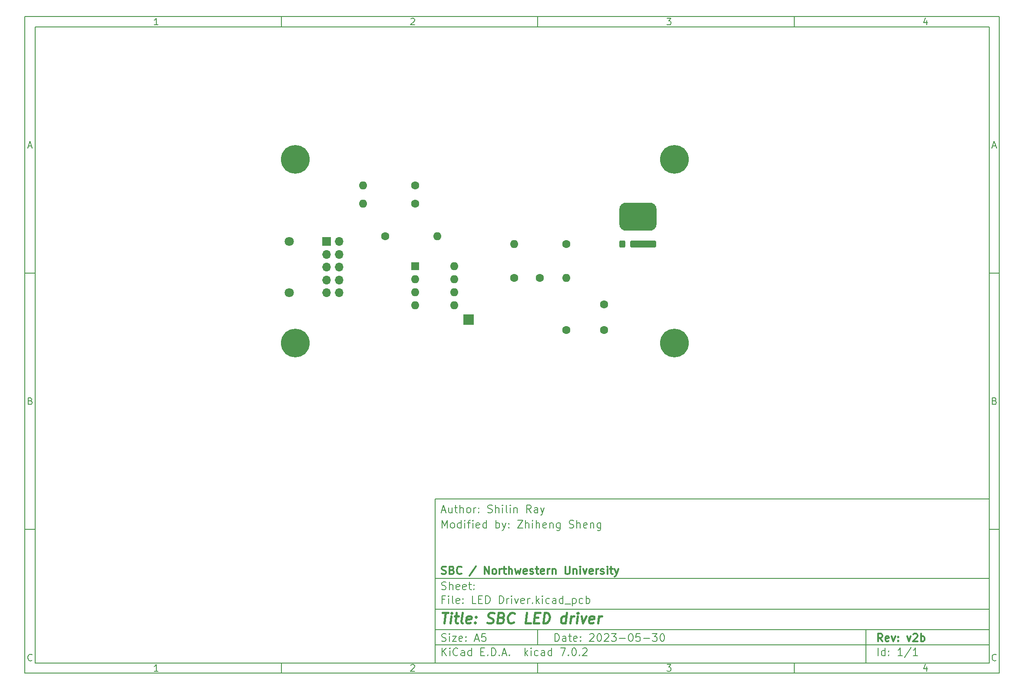
<source format=gts>
%TF.GenerationSoftware,KiCad,Pcbnew,7.0.2*%
%TF.CreationDate,2023-05-31T10:27:28-05:00*%
%TF.ProjectId,LED Driver,4c454420-4472-4697-9665-722e6b696361,v2b*%
%TF.SameCoordinates,Original*%
%TF.FileFunction,Soldermask,Top*%
%TF.FilePolarity,Negative*%
%FSLAX46Y46*%
G04 Gerber Fmt 4.6, Leading zero omitted, Abs format (unit mm)*
G04 Created by KiCad (PCBNEW 7.0.2) date 2023-05-31 10:27:28*
%MOMM*%
%LPD*%
G01*
G04 APERTURE LIST*
G04 Aperture macros list*
%AMRoundRect*
0 Rectangle with rounded corners*
0 $1 Rounding radius*
0 $2 $3 $4 $5 $6 $7 $8 $9 X,Y pos of 4 corners*
0 Add a 4 corners polygon primitive as box body*
4,1,4,$2,$3,$4,$5,$6,$7,$8,$9,$2,$3,0*
0 Add four circle primitives for the rounded corners*
1,1,$1+$1,$2,$3*
1,1,$1+$1,$4,$5*
1,1,$1+$1,$6,$7*
1,1,$1+$1,$8,$9*
0 Add four rect primitives between the rounded corners*
20,1,$1+$1,$2,$3,$4,$5,0*
20,1,$1+$1,$4,$5,$6,$7,0*
20,1,$1+$1,$6,$7,$8,$9,0*
20,1,$1+$1,$8,$9,$2,$3,0*%
G04 Aperture macros list end*
%ADD10C,0.100000*%
%ADD11C,0.150000*%
%ADD12C,0.300000*%
%ADD13C,0.400000*%
%ADD14C,1.800000*%
%ADD15R,1.700000X1.700000*%
%ADD16O,1.700000X1.700000*%
%ADD17C,1.600000*%
%ADD18O,1.600000X1.600000*%
%ADD19C,5.600000*%
%ADD20R,1.600000X1.600000*%
%ADD21R,2.000000X2.000000*%
%ADD22RoundRect,0.300000X-0.300000X-0.400000X0.300000X-0.400000X0.300000X0.400000X-0.300000X0.400000X0*%
%ADD23RoundRect,0.350000X-2.200000X-0.350000X2.200000X-0.350000X2.200000X0.350000X-2.200000X0.350000X0*%
%ADD24C,1.700000*%
%ADD25RoundRect,1.375000X-2.275000X-1.375000X2.275000X-1.375000X2.275000X1.375000X-2.275000X1.375000X0*%
G04 APERTURE END LIST*
D10*
D11*
X90007200Y-104005800D02*
X198007200Y-104005800D01*
X198007200Y-136005800D01*
X90007200Y-136005800D01*
X90007200Y-104005800D01*
D10*
D11*
X10000000Y-10000000D02*
X200007200Y-10000000D01*
X200007200Y-138005800D01*
X10000000Y-138005800D01*
X10000000Y-10000000D01*
D10*
D11*
X12000000Y-12000000D02*
X198007200Y-12000000D01*
X198007200Y-136005800D01*
X12000000Y-136005800D01*
X12000000Y-12000000D01*
D10*
D11*
X60000000Y-12000000D02*
X60000000Y-10000000D01*
D10*
D11*
X110000000Y-12000000D02*
X110000000Y-10000000D01*
D10*
D11*
X160000000Y-12000000D02*
X160000000Y-10000000D01*
D10*
D11*
X35990476Y-11601404D02*
X35247619Y-11601404D01*
X35619047Y-11601404D02*
X35619047Y-10301404D01*
X35619047Y-10301404D02*
X35495238Y-10487119D01*
X35495238Y-10487119D02*
X35371428Y-10610928D01*
X35371428Y-10610928D02*
X35247619Y-10672833D01*
D10*
D11*
X85247619Y-10425214D02*
X85309523Y-10363309D01*
X85309523Y-10363309D02*
X85433333Y-10301404D01*
X85433333Y-10301404D02*
X85742857Y-10301404D01*
X85742857Y-10301404D02*
X85866666Y-10363309D01*
X85866666Y-10363309D02*
X85928571Y-10425214D01*
X85928571Y-10425214D02*
X85990476Y-10549023D01*
X85990476Y-10549023D02*
X85990476Y-10672833D01*
X85990476Y-10672833D02*
X85928571Y-10858547D01*
X85928571Y-10858547D02*
X85185714Y-11601404D01*
X85185714Y-11601404D02*
X85990476Y-11601404D01*
D10*
D11*
X135185714Y-10301404D02*
X135990476Y-10301404D01*
X135990476Y-10301404D02*
X135557142Y-10796642D01*
X135557142Y-10796642D02*
X135742857Y-10796642D01*
X135742857Y-10796642D02*
X135866666Y-10858547D01*
X135866666Y-10858547D02*
X135928571Y-10920452D01*
X135928571Y-10920452D02*
X135990476Y-11044261D01*
X135990476Y-11044261D02*
X135990476Y-11353785D01*
X135990476Y-11353785D02*
X135928571Y-11477595D01*
X135928571Y-11477595D02*
X135866666Y-11539500D01*
X135866666Y-11539500D02*
X135742857Y-11601404D01*
X135742857Y-11601404D02*
X135371428Y-11601404D01*
X135371428Y-11601404D02*
X135247619Y-11539500D01*
X135247619Y-11539500D02*
X135185714Y-11477595D01*
D10*
D11*
X185866666Y-10734738D02*
X185866666Y-11601404D01*
X185557142Y-10239500D02*
X185247619Y-11168071D01*
X185247619Y-11168071D02*
X186052380Y-11168071D01*
D10*
D11*
X60000000Y-136005800D02*
X60000000Y-138005800D01*
D10*
D11*
X110000000Y-136005800D02*
X110000000Y-138005800D01*
D10*
D11*
X160000000Y-136005800D02*
X160000000Y-138005800D01*
D10*
D11*
X35990476Y-137607204D02*
X35247619Y-137607204D01*
X35619047Y-137607204D02*
X35619047Y-136307204D01*
X35619047Y-136307204D02*
X35495238Y-136492919D01*
X35495238Y-136492919D02*
X35371428Y-136616728D01*
X35371428Y-136616728D02*
X35247619Y-136678633D01*
D10*
D11*
X85247619Y-136431014D02*
X85309523Y-136369109D01*
X85309523Y-136369109D02*
X85433333Y-136307204D01*
X85433333Y-136307204D02*
X85742857Y-136307204D01*
X85742857Y-136307204D02*
X85866666Y-136369109D01*
X85866666Y-136369109D02*
X85928571Y-136431014D01*
X85928571Y-136431014D02*
X85990476Y-136554823D01*
X85990476Y-136554823D02*
X85990476Y-136678633D01*
X85990476Y-136678633D02*
X85928571Y-136864347D01*
X85928571Y-136864347D02*
X85185714Y-137607204D01*
X85185714Y-137607204D02*
X85990476Y-137607204D01*
D10*
D11*
X135185714Y-136307204D02*
X135990476Y-136307204D01*
X135990476Y-136307204D02*
X135557142Y-136802442D01*
X135557142Y-136802442D02*
X135742857Y-136802442D01*
X135742857Y-136802442D02*
X135866666Y-136864347D01*
X135866666Y-136864347D02*
X135928571Y-136926252D01*
X135928571Y-136926252D02*
X135990476Y-137050061D01*
X135990476Y-137050061D02*
X135990476Y-137359585D01*
X135990476Y-137359585D02*
X135928571Y-137483395D01*
X135928571Y-137483395D02*
X135866666Y-137545300D01*
X135866666Y-137545300D02*
X135742857Y-137607204D01*
X135742857Y-137607204D02*
X135371428Y-137607204D01*
X135371428Y-137607204D02*
X135247619Y-137545300D01*
X135247619Y-137545300D02*
X135185714Y-137483395D01*
D10*
D11*
X185866666Y-136740538D02*
X185866666Y-137607204D01*
X185557142Y-136245300D02*
X185247619Y-137173871D01*
X185247619Y-137173871D02*
X186052380Y-137173871D01*
D10*
D11*
X10000000Y-60000000D02*
X12000000Y-60000000D01*
D10*
D11*
X10000000Y-110000000D02*
X12000000Y-110000000D01*
D10*
D11*
X10690476Y-35229976D02*
X11309523Y-35229976D01*
X10566666Y-35601404D02*
X10999999Y-34301404D01*
X10999999Y-34301404D02*
X11433333Y-35601404D01*
D10*
D11*
X11092857Y-84920452D02*
X11278571Y-84982357D01*
X11278571Y-84982357D02*
X11340476Y-85044261D01*
X11340476Y-85044261D02*
X11402380Y-85168071D01*
X11402380Y-85168071D02*
X11402380Y-85353785D01*
X11402380Y-85353785D02*
X11340476Y-85477595D01*
X11340476Y-85477595D02*
X11278571Y-85539500D01*
X11278571Y-85539500D02*
X11154761Y-85601404D01*
X11154761Y-85601404D02*
X10659523Y-85601404D01*
X10659523Y-85601404D02*
X10659523Y-84301404D01*
X10659523Y-84301404D02*
X11092857Y-84301404D01*
X11092857Y-84301404D02*
X11216666Y-84363309D01*
X11216666Y-84363309D02*
X11278571Y-84425214D01*
X11278571Y-84425214D02*
X11340476Y-84549023D01*
X11340476Y-84549023D02*
X11340476Y-84672833D01*
X11340476Y-84672833D02*
X11278571Y-84796642D01*
X11278571Y-84796642D02*
X11216666Y-84858547D01*
X11216666Y-84858547D02*
X11092857Y-84920452D01*
X11092857Y-84920452D02*
X10659523Y-84920452D01*
D10*
D11*
X11402380Y-135477595D02*
X11340476Y-135539500D01*
X11340476Y-135539500D02*
X11154761Y-135601404D01*
X11154761Y-135601404D02*
X11030952Y-135601404D01*
X11030952Y-135601404D02*
X10845238Y-135539500D01*
X10845238Y-135539500D02*
X10721428Y-135415690D01*
X10721428Y-135415690D02*
X10659523Y-135291880D01*
X10659523Y-135291880D02*
X10597619Y-135044261D01*
X10597619Y-135044261D02*
X10597619Y-134858547D01*
X10597619Y-134858547D02*
X10659523Y-134610928D01*
X10659523Y-134610928D02*
X10721428Y-134487119D01*
X10721428Y-134487119D02*
X10845238Y-134363309D01*
X10845238Y-134363309D02*
X11030952Y-134301404D01*
X11030952Y-134301404D02*
X11154761Y-134301404D01*
X11154761Y-134301404D02*
X11340476Y-134363309D01*
X11340476Y-134363309D02*
X11402380Y-134425214D01*
D10*
D11*
X200007200Y-60000000D02*
X198007200Y-60000000D01*
D10*
D11*
X200007200Y-110000000D02*
X198007200Y-110000000D01*
D10*
D11*
X198697676Y-35229976D02*
X199316723Y-35229976D01*
X198573866Y-35601404D02*
X199007199Y-34301404D01*
X199007199Y-34301404D02*
X199440533Y-35601404D01*
D10*
D11*
X199100057Y-84920452D02*
X199285771Y-84982357D01*
X199285771Y-84982357D02*
X199347676Y-85044261D01*
X199347676Y-85044261D02*
X199409580Y-85168071D01*
X199409580Y-85168071D02*
X199409580Y-85353785D01*
X199409580Y-85353785D02*
X199347676Y-85477595D01*
X199347676Y-85477595D02*
X199285771Y-85539500D01*
X199285771Y-85539500D02*
X199161961Y-85601404D01*
X199161961Y-85601404D02*
X198666723Y-85601404D01*
X198666723Y-85601404D02*
X198666723Y-84301404D01*
X198666723Y-84301404D02*
X199100057Y-84301404D01*
X199100057Y-84301404D02*
X199223866Y-84363309D01*
X199223866Y-84363309D02*
X199285771Y-84425214D01*
X199285771Y-84425214D02*
X199347676Y-84549023D01*
X199347676Y-84549023D02*
X199347676Y-84672833D01*
X199347676Y-84672833D02*
X199285771Y-84796642D01*
X199285771Y-84796642D02*
X199223866Y-84858547D01*
X199223866Y-84858547D02*
X199100057Y-84920452D01*
X199100057Y-84920452D02*
X198666723Y-84920452D01*
D10*
D11*
X199409580Y-135477595D02*
X199347676Y-135539500D01*
X199347676Y-135539500D02*
X199161961Y-135601404D01*
X199161961Y-135601404D02*
X199038152Y-135601404D01*
X199038152Y-135601404D02*
X198852438Y-135539500D01*
X198852438Y-135539500D02*
X198728628Y-135415690D01*
X198728628Y-135415690D02*
X198666723Y-135291880D01*
X198666723Y-135291880D02*
X198604819Y-135044261D01*
X198604819Y-135044261D02*
X198604819Y-134858547D01*
X198604819Y-134858547D02*
X198666723Y-134610928D01*
X198666723Y-134610928D02*
X198728628Y-134487119D01*
X198728628Y-134487119D02*
X198852438Y-134363309D01*
X198852438Y-134363309D02*
X199038152Y-134301404D01*
X199038152Y-134301404D02*
X199161961Y-134301404D01*
X199161961Y-134301404D02*
X199347676Y-134363309D01*
X199347676Y-134363309D02*
X199409580Y-134425214D01*
D10*
D11*
X113364342Y-131799728D02*
X113364342Y-130299728D01*
X113364342Y-130299728D02*
X113721485Y-130299728D01*
X113721485Y-130299728D02*
X113935771Y-130371157D01*
X113935771Y-130371157D02*
X114078628Y-130514014D01*
X114078628Y-130514014D02*
X114150057Y-130656871D01*
X114150057Y-130656871D02*
X114221485Y-130942585D01*
X114221485Y-130942585D02*
X114221485Y-131156871D01*
X114221485Y-131156871D02*
X114150057Y-131442585D01*
X114150057Y-131442585D02*
X114078628Y-131585442D01*
X114078628Y-131585442D02*
X113935771Y-131728300D01*
X113935771Y-131728300D02*
X113721485Y-131799728D01*
X113721485Y-131799728D02*
X113364342Y-131799728D01*
X115507200Y-131799728D02*
X115507200Y-131014014D01*
X115507200Y-131014014D02*
X115435771Y-130871157D01*
X115435771Y-130871157D02*
X115292914Y-130799728D01*
X115292914Y-130799728D02*
X115007200Y-130799728D01*
X115007200Y-130799728D02*
X114864342Y-130871157D01*
X115507200Y-131728300D02*
X115364342Y-131799728D01*
X115364342Y-131799728D02*
X115007200Y-131799728D01*
X115007200Y-131799728D02*
X114864342Y-131728300D01*
X114864342Y-131728300D02*
X114792914Y-131585442D01*
X114792914Y-131585442D02*
X114792914Y-131442585D01*
X114792914Y-131442585D02*
X114864342Y-131299728D01*
X114864342Y-131299728D02*
X115007200Y-131228300D01*
X115007200Y-131228300D02*
X115364342Y-131228300D01*
X115364342Y-131228300D02*
X115507200Y-131156871D01*
X116007200Y-130799728D02*
X116578628Y-130799728D01*
X116221485Y-130299728D02*
X116221485Y-131585442D01*
X116221485Y-131585442D02*
X116292914Y-131728300D01*
X116292914Y-131728300D02*
X116435771Y-131799728D01*
X116435771Y-131799728D02*
X116578628Y-131799728D01*
X117650057Y-131728300D02*
X117507200Y-131799728D01*
X117507200Y-131799728D02*
X117221486Y-131799728D01*
X117221486Y-131799728D02*
X117078628Y-131728300D01*
X117078628Y-131728300D02*
X117007200Y-131585442D01*
X117007200Y-131585442D02*
X117007200Y-131014014D01*
X117007200Y-131014014D02*
X117078628Y-130871157D01*
X117078628Y-130871157D02*
X117221486Y-130799728D01*
X117221486Y-130799728D02*
X117507200Y-130799728D01*
X117507200Y-130799728D02*
X117650057Y-130871157D01*
X117650057Y-130871157D02*
X117721486Y-131014014D01*
X117721486Y-131014014D02*
X117721486Y-131156871D01*
X117721486Y-131156871D02*
X117007200Y-131299728D01*
X118364342Y-131656871D02*
X118435771Y-131728300D01*
X118435771Y-131728300D02*
X118364342Y-131799728D01*
X118364342Y-131799728D02*
X118292914Y-131728300D01*
X118292914Y-131728300D02*
X118364342Y-131656871D01*
X118364342Y-131656871D02*
X118364342Y-131799728D01*
X118364342Y-130871157D02*
X118435771Y-130942585D01*
X118435771Y-130942585D02*
X118364342Y-131014014D01*
X118364342Y-131014014D02*
X118292914Y-130942585D01*
X118292914Y-130942585D02*
X118364342Y-130871157D01*
X118364342Y-130871157D02*
X118364342Y-131014014D01*
X120150057Y-130442585D02*
X120221485Y-130371157D01*
X120221485Y-130371157D02*
X120364343Y-130299728D01*
X120364343Y-130299728D02*
X120721485Y-130299728D01*
X120721485Y-130299728D02*
X120864343Y-130371157D01*
X120864343Y-130371157D02*
X120935771Y-130442585D01*
X120935771Y-130442585D02*
X121007200Y-130585442D01*
X121007200Y-130585442D02*
X121007200Y-130728300D01*
X121007200Y-130728300D02*
X120935771Y-130942585D01*
X120935771Y-130942585D02*
X120078628Y-131799728D01*
X120078628Y-131799728D02*
X121007200Y-131799728D01*
X121935771Y-130299728D02*
X122078628Y-130299728D01*
X122078628Y-130299728D02*
X122221485Y-130371157D01*
X122221485Y-130371157D02*
X122292914Y-130442585D01*
X122292914Y-130442585D02*
X122364342Y-130585442D01*
X122364342Y-130585442D02*
X122435771Y-130871157D01*
X122435771Y-130871157D02*
X122435771Y-131228300D01*
X122435771Y-131228300D02*
X122364342Y-131514014D01*
X122364342Y-131514014D02*
X122292914Y-131656871D01*
X122292914Y-131656871D02*
X122221485Y-131728300D01*
X122221485Y-131728300D02*
X122078628Y-131799728D01*
X122078628Y-131799728D02*
X121935771Y-131799728D01*
X121935771Y-131799728D02*
X121792914Y-131728300D01*
X121792914Y-131728300D02*
X121721485Y-131656871D01*
X121721485Y-131656871D02*
X121650056Y-131514014D01*
X121650056Y-131514014D02*
X121578628Y-131228300D01*
X121578628Y-131228300D02*
X121578628Y-130871157D01*
X121578628Y-130871157D02*
X121650056Y-130585442D01*
X121650056Y-130585442D02*
X121721485Y-130442585D01*
X121721485Y-130442585D02*
X121792914Y-130371157D01*
X121792914Y-130371157D02*
X121935771Y-130299728D01*
X123007199Y-130442585D02*
X123078627Y-130371157D01*
X123078627Y-130371157D02*
X123221485Y-130299728D01*
X123221485Y-130299728D02*
X123578627Y-130299728D01*
X123578627Y-130299728D02*
X123721485Y-130371157D01*
X123721485Y-130371157D02*
X123792913Y-130442585D01*
X123792913Y-130442585D02*
X123864342Y-130585442D01*
X123864342Y-130585442D02*
X123864342Y-130728300D01*
X123864342Y-130728300D02*
X123792913Y-130942585D01*
X123792913Y-130942585D02*
X122935770Y-131799728D01*
X122935770Y-131799728D02*
X123864342Y-131799728D01*
X124364341Y-130299728D02*
X125292913Y-130299728D01*
X125292913Y-130299728D02*
X124792913Y-130871157D01*
X124792913Y-130871157D02*
X125007198Y-130871157D01*
X125007198Y-130871157D02*
X125150056Y-130942585D01*
X125150056Y-130942585D02*
X125221484Y-131014014D01*
X125221484Y-131014014D02*
X125292913Y-131156871D01*
X125292913Y-131156871D02*
X125292913Y-131514014D01*
X125292913Y-131514014D02*
X125221484Y-131656871D01*
X125221484Y-131656871D02*
X125150056Y-131728300D01*
X125150056Y-131728300D02*
X125007198Y-131799728D01*
X125007198Y-131799728D02*
X124578627Y-131799728D01*
X124578627Y-131799728D02*
X124435770Y-131728300D01*
X124435770Y-131728300D02*
X124364341Y-131656871D01*
X125935769Y-131228300D02*
X127078627Y-131228300D01*
X128078627Y-130299728D02*
X128221484Y-130299728D01*
X128221484Y-130299728D02*
X128364341Y-130371157D01*
X128364341Y-130371157D02*
X128435770Y-130442585D01*
X128435770Y-130442585D02*
X128507198Y-130585442D01*
X128507198Y-130585442D02*
X128578627Y-130871157D01*
X128578627Y-130871157D02*
X128578627Y-131228300D01*
X128578627Y-131228300D02*
X128507198Y-131514014D01*
X128507198Y-131514014D02*
X128435770Y-131656871D01*
X128435770Y-131656871D02*
X128364341Y-131728300D01*
X128364341Y-131728300D02*
X128221484Y-131799728D01*
X128221484Y-131799728D02*
X128078627Y-131799728D01*
X128078627Y-131799728D02*
X127935770Y-131728300D01*
X127935770Y-131728300D02*
X127864341Y-131656871D01*
X127864341Y-131656871D02*
X127792912Y-131514014D01*
X127792912Y-131514014D02*
X127721484Y-131228300D01*
X127721484Y-131228300D02*
X127721484Y-130871157D01*
X127721484Y-130871157D02*
X127792912Y-130585442D01*
X127792912Y-130585442D02*
X127864341Y-130442585D01*
X127864341Y-130442585D02*
X127935770Y-130371157D01*
X127935770Y-130371157D02*
X128078627Y-130299728D01*
X129935769Y-130299728D02*
X129221483Y-130299728D01*
X129221483Y-130299728D02*
X129150055Y-131014014D01*
X129150055Y-131014014D02*
X129221483Y-130942585D01*
X129221483Y-130942585D02*
X129364341Y-130871157D01*
X129364341Y-130871157D02*
X129721483Y-130871157D01*
X129721483Y-130871157D02*
X129864341Y-130942585D01*
X129864341Y-130942585D02*
X129935769Y-131014014D01*
X129935769Y-131014014D02*
X130007198Y-131156871D01*
X130007198Y-131156871D02*
X130007198Y-131514014D01*
X130007198Y-131514014D02*
X129935769Y-131656871D01*
X129935769Y-131656871D02*
X129864341Y-131728300D01*
X129864341Y-131728300D02*
X129721483Y-131799728D01*
X129721483Y-131799728D02*
X129364341Y-131799728D01*
X129364341Y-131799728D02*
X129221483Y-131728300D01*
X129221483Y-131728300D02*
X129150055Y-131656871D01*
X130650054Y-131228300D02*
X131792912Y-131228300D01*
X132364340Y-130299728D02*
X133292912Y-130299728D01*
X133292912Y-130299728D02*
X132792912Y-130871157D01*
X132792912Y-130871157D02*
X133007197Y-130871157D01*
X133007197Y-130871157D02*
X133150055Y-130942585D01*
X133150055Y-130942585D02*
X133221483Y-131014014D01*
X133221483Y-131014014D02*
X133292912Y-131156871D01*
X133292912Y-131156871D02*
X133292912Y-131514014D01*
X133292912Y-131514014D02*
X133221483Y-131656871D01*
X133221483Y-131656871D02*
X133150055Y-131728300D01*
X133150055Y-131728300D02*
X133007197Y-131799728D01*
X133007197Y-131799728D02*
X132578626Y-131799728D01*
X132578626Y-131799728D02*
X132435769Y-131728300D01*
X132435769Y-131728300D02*
X132364340Y-131656871D01*
X134221483Y-130299728D02*
X134364340Y-130299728D01*
X134364340Y-130299728D02*
X134507197Y-130371157D01*
X134507197Y-130371157D02*
X134578626Y-130442585D01*
X134578626Y-130442585D02*
X134650054Y-130585442D01*
X134650054Y-130585442D02*
X134721483Y-130871157D01*
X134721483Y-130871157D02*
X134721483Y-131228300D01*
X134721483Y-131228300D02*
X134650054Y-131514014D01*
X134650054Y-131514014D02*
X134578626Y-131656871D01*
X134578626Y-131656871D02*
X134507197Y-131728300D01*
X134507197Y-131728300D02*
X134364340Y-131799728D01*
X134364340Y-131799728D02*
X134221483Y-131799728D01*
X134221483Y-131799728D02*
X134078626Y-131728300D01*
X134078626Y-131728300D02*
X134007197Y-131656871D01*
X134007197Y-131656871D02*
X133935768Y-131514014D01*
X133935768Y-131514014D02*
X133864340Y-131228300D01*
X133864340Y-131228300D02*
X133864340Y-130871157D01*
X133864340Y-130871157D02*
X133935768Y-130585442D01*
X133935768Y-130585442D02*
X134007197Y-130442585D01*
X134007197Y-130442585D02*
X134078626Y-130371157D01*
X134078626Y-130371157D02*
X134221483Y-130299728D01*
D10*
D11*
X90007200Y-132505800D02*
X198007200Y-132505800D01*
D10*
D11*
X91364342Y-134599728D02*
X91364342Y-133099728D01*
X92221485Y-134599728D02*
X91578628Y-133742585D01*
X92221485Y-133099728D02*
X91364342Y-133956871D01*
X92864342Y-134599728D02*
X92864342Y-133599728D01*
X92864342Y-133099728D02*
X92792914Y-133171157D01*
X92792914Y-133171157D02*
X92864342Y-133242585D01*
X92864342Y-133242585D02*
X92935771Y-133171157D01*
X92935771Y-133171157D02*
X92864342Y-133099728D01*
X92864342Y-133099728D02*
X92864342Y-133242585D01*
X94435771Y-134456871D02*
X94364343Y-134528300D01*
X94364343Y-134528300D02*
X94150057Y-134599728D01*
X94150057Y-134599728D02*
X94007200Y-134599728D01*
X94007200Y-134599728D02*
X93792914Y-134528300D01*
X93792914Y-134528300D02*
X93650057Y-134385442D01*
X93650057Y-134385442D02*
X93578628Y-134242585D01*
X93578628Y-134242585D02*
X93507200Y-133956871D01*
X93507200Y-133956871D02*
X93507200Y-133742585D01*
X93507200Y-133742585D02*
X93578628Y-133456871D01*
X93578628Y-133456871D02*
X93650057Y-133314014D01*
X93650057Y-133314014D02*
X93792914Y-133171157D01*
X93792914Y-133171157D02*
X94007200Y-133099728D01*
X94007200Y-133099728D02*
X94150057Y-133099728D01*
X94150057Y-133099728D02*
X94364343Y-133171157D01*
X94364343Y-133171157D02*
X94435771Y-133242585D01*
X95721486Y-134599728D02*
X95721486Y-133814014D01*
X95721486Y-133814014D02*
X95650057Y-133671157D01*
X95650057Y-133671157D02*
X95507200Y-133599728D01*
X95507200Y-133599728D02*
X95221486Y-133599728D01*
X95221486Y-133599728D02*
X95078628Y-133671157D01*
X95721486Y-134528300D02*
X95578628Y-134599728D01*
X95578628Y-134599728D02*
X95221486Y-134599728D01*
X95221486Y-134599728D02*
X95078628Y-134528300D01*
X95078628Y-134528300D02*
X95007200Y-134385442D01*
X95007200Y-134385442D02*
X95007200Y-134242585D01*
X95007200Y-134242585D02*
X95078628Y-134099728D01*
X95078628Y-134099728D02*
X95221486Y-134028300D01*
X95221486Y-134028300D02*
X95578628Y-134028300D01*
X95578628Y-134028300D02*
X95721486Y-133956871D01*
X97078629Y-134599728D02*
X97078629Y-133099728D01*
X97078629Y-134528300D02*
X96935771Y-134599728D01*
X96935771Y-134599728D02*
X96650057Y-134599728D01*
X96650057Y-134599728D02*
X96507200Y-134528300D01*
X96507200Y-134528300D02*
X96435771Y-134456871D01*
X96435771Y-134456871D02*
X96364343Y-134314014D01*
X96364343Y-134314014D02*
X96364343Y-133885442D01*
X96364343Y-133885442D02*
X96435771Y-133742585D01*
X96435771Y-133742585D02*
X96507200Y-133671157D01*
X96507200Y-133671157D02*
X96650057Y-133599728D01*
X96650057Y-133599728D02*
X96935771Y-133599728D01*
X96935771Y-133599728D02*
X97078629Y-133671157D01*
X98935771Y-133814014D02*
X99435771Y-133814014D01*
X99650057Y-134599728D02*
X98935771Y-134599728D01*
X98935771Y-134599728D02*
X98935771Y-133099728D01*
X98935771Y-133099728D02*
X99650057Y-133099728D01*
X100292914Y-134456871D02*
X100364343Y-134528300D01*
X100364343Y-134528300D02*
X100292914Y-134599728D01*
X100292914Y-134599728D02*
X100221486Y-134528300D01*
X100221486Y-134528300D02*
X100292914Y-134456871D01*
X100292914Y-134456871D02*
X100292914Y-134599728D01*
X101007200Y-134599728D02*
X101007200Y-133099728D01*
X101007200Y-133099728D02*
X101364343Y-133099728D01*
X101364343Y-133099728D02*
X101578629Y-133171157D01*
X101578629Y-133171157D02*
X101721486Y-133314014D01*
X101721486Y-133314014D02*
X101792915Y-133456871D01*
X101792915Y-133456871D02*
X101864343Y-133742585D01*
X101864343Y-133742585D02*
X101864343Y-133956871D01*
X101864343Y-133956871D02*
X101792915Y-134242585D01*
X101792915Y-134242585D02*
X101721486Y-134385442D01*
X101721486Y-134385442D02*
X101578629Y-134528300D01*
X101578629Y-134528300D02*
X101364343Y-134599728D01*
X101364343Y-134599728D02*
X101007200Y-134599728D01*
X102507200Y-134456871D02*
X102578629Y-134528300D01*
X102578629Y-134528300D02*
X102507200Y-134599728D01*
X102507200Y-134599728D02*
X102435772Y-134528300D01*
X102435772Y-134528300D02*
X102507200Y-134456871D01*
X102507200Y-134456871D02*
X102507200Y-134599728D01*
X103150058Y-134171157D02*
X103864344Y-134171157D01*
X103007201Y-134599728D02*
X103507201Y-133099728D01*
X103507201Y-133099728D02*
X104007201Y-134599728D01*
X104507200Y-134456871D02*
X104578629Y-134528300D01*
X104578629Y-134528300D02*
X104507200Y-134599728D01*
X104507200Y-134599728D02*
X104435772Y-134528300D01*
X104435772Y-134528300D02*
X104507200Y-134456871D01*
X104507200Y-134456871D02*
X104507200Y-134599728D01*
X107507200Y-134599728D02*
X107507200Y-133099728D01*
X107650058Y-134028300D02*
X108078629Y-134599728D01*
X108078629Y-133599728D02*
X107507200Y-134171157D01*
X108721486Y-134599728D02*
X108721486Y-133599728D01*
X108721486Y-133099728D02*
X108650058Y-133171157D01*
X108650058Y-133171157D02*
X108721486Y-133242585D01*
X108721486Y-133242585D02*
X108792915Y-133171157D01*
X108792915Y-133171157D02*
X108721486Y-133099728D01*
X108721486Y-133099728D02*
X108721486Y-133242585D01*
X110078630Y-134528300D02*
X109935772Y-134599728D01*
X109935772Y-134599728D02*
X109650058Y-134599728D01*
X109650058Y-134599728D02*
X109507201Y-134528300D01*
X109507201Y-134528300D02*
X109435772Y-134456871D01*
X109435772Y-134456871D02*
X109364344Y-134314014D01*
X109364344Y-134314014D02*
X109364344Y-133885442D01*
X109364344Y-133885442D02*
X109435772Y-133742585D01*
X109435772Y-133742585D02*
X109507201Y-133671157D01*
X109507201Y-133671157D02*
X109650058Y-133599728D01*
X109650058Y-133599728D02*
X109935772Y-133599728D01*
X109935772Y-133599728D02*
X110078630Y-133671157D01*
X111364344Y-134599728D02*
X111364344Y-133814014D01*
X111364344Y-133814014D02*
X111292915Y-133671157D01*
X111292915Y-133671157D02*
X111150058Y-133599728D01*
X111150058Y-133599728D02*
X110864344Y-133599728D01*
X110864344Y-133599728D02*
X110721486Y-133671157D01*
X111364344Y-134528300D02*
X111221486Y-134599728D01*
X111221486Y-134599728D02*
X110864344Y-134599728D01*
X110864344Y-134599728D02*
X110721486Y-134528300D01*
X110721486Y-134528300D02*
X110650058Y-134385442D01*
X110650058Y-134385442D02*
X110650058Y-134242585D01*
X110650058Y-134242585D02*
X110721486Y-134099728D01*
X110721486Y-134099728D02*
X110864344Y-134028300D01*
X110864344Y-134028300D02*
X111221486Y-134028300D01*
X111221486Y-134028300D02*
X111364344Y-133956871D01*
X112721487Y-134599728D02*
X112721487Y-133099728D01*
X112721487Y-134528300D02*
X112578629Y-134599728D01*
X112578629Y-134599728D02*
X112292915Y-134599728D01*
X112292915Y-134599728D02*
X112150058Y-134528300D01*
X112150058Y-134528300D02*
X112078629Y-134456871D01*
X112078629Y-134456871D02*
X112007201Y-134314014D01*
X112007201Y-134314014D02*
X112007201Y-133885442D01*
X112007201Y-133885442D02*
X112078629Y-133742585D01*
X112078629Y-133742585D02*
X112150058Y-133671157D01*
X112150058Y-133671157D02*
X112292915Y-133599728D01*
X112292915Y-133599728D02*
X112578629Y-133599728D01*
X112578629Y-133599728D02*
X112721487Y-133671157D01*
X114435772Y-133099728D02*
X115435772Y-133099728D01*
X115435772Y-133099728D02*
X114792915Y-134599728D01*
X116007200Y-134456871D02*
X116078629Y-134528300D01*
X116078629Y-134528300D02*
X116007200Y-134599728D01*
X116007200Y-134599728D02*
X115935772Y-134528300D01*
X115935772Y-134528300D02*
X116007200Y-134456871D01*
X116007200Y-134456871D02*
X116007200Y-134599728D01*
X117007201Y-133099728D02*
X117150058Y-133099728D01*
X117150058Y-133099728D02*
X117292915Y-133171157D01*
X117292915Y-133171157D02*
X117364344Y-133242585D01*
X117364344Y-133242585D02*
X117435772Y-133385442D01*
X117435772Y-133385442D02*
X117507201Y-133671157D01*
X117507201Y-133671157D02*
X117507201Y-134028300D01*
X117507201Y-134028300D02*
X117435772Y-134314014D01*
X117435772Y-134314014D02*
X117364344Y-134456871D01*
X117364344Y-134456871D02*
X117292915Y-134528300D01*
X117292915Y-134528300D02*
X117150058Y-134599728D01*
X117150058Y-134599728D02*
X117007201Y-134599728D01*
X117007201Y-134599728D02*
X116864344Y-134528300D01*
X116864344Y-134528300D02*
X116792915Y-134456871D01*
X116792915Y-134456871D02*
X116721486Y-134314014D01*
X116721486Y-134314014D02*
X116650058Y-134028300D01*
X116650058Y-134028300D02*
X116650058Y-133671157D01*
X116650058Y-133671157D02*
X116721486Y-133385442D01*
X116721486Y-133385442D02*
X116792915Y-133242585D01*
X116792915Y-133242585D02*
X116864344Y-133171157D01*
X116864344Y-133171157D02*
X117007201Y-133099728D01*
X118150057Y-134456871D02*
X118221486Y-134528300D01*
X118221486Y-134528300D02*
X118150057Y-134599728D01*
X118150057Y-134599728D02*
X118078629Y-134528300D01*
X118078629Y-134528300D02*
X118150057Y-134456871D01*
X118150057Y-134456871D02*
X118150057Y-134599728D01*
X118792915Y-133242585D02*
X118864343Y-133171157D01*
X118864343Y-133171157D02*
X119007201Y-133099728D01*
X119007201Y-133099728D02*
X119364343Y-133099728D01*
X119364343Y-133099728D02*
X119507201Y-133171157D01*
X119507201Y-133171157D02*
X119578629Y-133242585D01*
X119578629Y-133242585D02*
X119650058Y-133385442D01*
X119650058Y-133385442D02*
X119650058Y-133528300D01*
X119650058Y-133528300D02*
X119578629Y-133742585D01*
X119578629Y-133742585D02*
X118721486Y-134599728D01*
X118721486Y-134599728D02*
X119650058Y-134599728D01*
D10*
D11*
X90007200Y-129505800D02*
X198007200Y-129505800D01*
D10*
D12*
X177221485Y-131799728D02*
X176721485Y-131085442D01*
X176364342Y-131799728D02*
X176364342Y-130299728D01*
X176364342Y-130299728D02*
X176935771Y-130299728D01*
X176935771Y-130299728D02*
X177078628Y-130371157D01*
X177078628Y-130371157D02*
X177150057Y-130442585D01*
X177150057Y-130442585D02*
X177221485Y-130585442D01*
X177221485Y-130585442D02*
X177221485Y-130799728D01*
X177221485Y-130799728D02*
X177150057Y-130942585D01*
X177150057Y-130942585D02*
X177078628Y-131014014D01*
X177078628Y-131014014D02*
X176935771Y-131085442D01*
X176935771Y-131085442D02*
X176364342Y-131085442D01*
X178435771Y-131728300D02*
X178292914Y-131799728D01*
X178292914Y-131799728D02*
X178007200Y-131799728D01*
X178007200Y-131799728D02*
X177864342Y-131728300D01*
X177864342Y-131728300D02*
X177792914Y-131585442D01*
X177792914Y-131585442D02*
X177792914Y-131014014D01*
X177792914Y-131014014D02*
X177864342Y-130871157D01*
X177864342Y-130871157D02*
X178007200Y-130799728D01*
X178007200Y-130799728D02*
X178292914Y-130799728D01*
X178292914Y-130799728D02*
X178435771Y-130871157D01*
X178435771Y-130871157D02*
X178507200Y-131014014D01*
X178507200Y-131014014D02*
X178507200Y-131156871D01*
X178507200Y-131156871D02*
X177792914Y-131299728D01*
X179007199Y-130799728D02*
X179364342Y-131799728D01*
X179364342Y-131799728D02*
X179721485Y-130799728D01*
X180292913Y-131656871D02*
X180364342Y-131728300D01*
X180364342Y-131728300D02*
X180292913Y-131799728D01*
X180292913Y-131799728D02*
X180221485Y-131728300D01*
X180221485Y-131728300D02*
X180292913Y-131656871D01*
X180292913Y-131656871D02*
X180292913Y-131799728D01*
X180292913Y-130871157D02*
X180364342Y-130942585D01*
X180364342Y-130942585D02*
X180292913Y-131014014D01*
X180292913Y-131014014D02*
X180221485Y-130942585D01*
X180221485Y-130942585D02*
X180292913Y-130871157D01*
X180292913Y-130871157D02*
X180292913Y-131014014D01*
X182007199Y-130799728D02*
X182364342Y-131799728D01*
X182364342Y-131799728D02*
X182721485Y-130799728D01*
X183221485Y-130442585D02*
X183292913Y-130371157D01*
X183292913Y-130371157D02*
X183435771Y-130299728D01*
X183435771Y-130299728D02*
X183792913Y-130299728D01*
X183792913Y-130299728D02*
X183935771Y-130371157D01*
X183935771Y-130371157D02*
X184007199Y-130442585D01*
X184007199Y-130442585D02*
X184078628Y-130585442D01*
X184078628Y-130585442D02*
X184078628Y-130728300D01*
X184078628Y-130728300D02*
X184007199Y-130942585D01*
X184007199Y-130942585D02*
X183150056Y-131799728D01*
X183150056Y-131799728D02*
X184078628Y-131799728D01*
X184721484Y-131799728D02*
X184721484Y-130299728D01*
X184721484Y-130871157D02*
X184864342Y-130799728D01*
X184864342Y-130799728D02*
X185150056Y-130799728D01*
X185150056Y-130799728D02*
X185292913Y-130871157D01*
X185292913Y-130871157D02*
X185364342Y-130942585D01*
X185364342Y-130942585D02*
X185435770Y-131085442D01*
X185435770Y-131085442D02*
X185435770Y-131514014D01*
X185435770Y-131514014D02*
X185364342Y-131656871D01*
X185364342Y-131656871D02*
X185292913Y-131728300D01*
X185292913Y-131728300D02*
X185150056Y-131799728D01*
X185150056Y-131799728D02*
X184864342Y-131799728D01*
X184864342Y-131799728D02*
X184721484Y-131728300D01*
D10*
D11*
X91292914Y-131728300D02*
X91507200Y-131799728D01*
X91507200Y-131799728D02*
X91864342Y-131799728D01*
X91864342Y-131799728D02*
X92007200Y-131728300D01*
X92007200Y-131728300D02*
X92078628Y-131656871D01*
X92078628Y-131656871D02*
X92150057Y-131514014D01*
X92150057Y-131514014D02*
X92150057Y-131371157D01*
X92150057Y-131371157D02*
X92078628Y-131228300D01*
X92078628Y-131228300D02*
X92007200Y-131156871D01*
X92007200Y-131156871D02*
X91864342Y-131085442D01*
X91864342Y-131085442D02*
X91578628Y-131014014D01*
X91578628Y-131014014D02*
X91435771Y-130942585D01*
X91435771Y-130942585D02*
X91364342Y-130871157D01*
X91364342Y-130871157D02*
X91292914Y-130728300D01*
X91292914Y-130728300D02*
X91292914Y-130585442D01*
X91292914Y-130585442D02*
X91364342Y-130442585D01*
X91364342Y-130442585D02*
X91435771Y-130371157D01*
X91435771Y-130371157D02*
X91578628Y-130299728D01*
X91578628Y-130299728D02*
X91935771Y-130299728D01*
X91935771Y-130299728D02*
X92150057Y-130371157D01*
X92792913Y-131799728D02*
X92792913Y-130799728D01*
X92792913Y-130299728D02*
X92721485Y-130371157D01*
X92721485Y-130371157D02*
X92792913Y-130442585D01*
X92792913Y-130442585D02*
X92864342Y-130371157D01*
X92864342Y-130371157D02*
X92792913Y-130299728D01*
X92792913Y-130299728D02*
X92792913Y-130442585D01*
X93364342Y-130799728D02*
X94150057Y-130799728D01*
X94150057Y-130799728D02*
X93364342Y-131799728D01*
X93364342Y-131799728D02*
X94150057Y-131799728D01*
X95292914Y-131728300D02*
X95150057Y-131799728D01*
X95150057Y-131799728D02*
X94864343Y-131799728D01*
X94864343Y-131799728D02*
X94721485Y-131728300D01*
X94721485Y-131728300D02*
X94650057Y-131585442D01*
X94650057Y-131585442D02*
X94650057Y-131014014D01*
X94650057Y-131014014D02*
X94721485Y-130871157D01*
X94721485Y-130871157D02*
X94864343Y-130799728D01*
X94864343Y-130799728D02*
X95150057Y-130799728D01*
X95150057Y-130799728D02*
X95292914Y-130871157D01*
X95292914Y-130871157D02*
X95364343Y-131014014D01*
X95364343Y-131014014D02*
X95364343Y-131156871D01*
X95364343Y-131156871D02*
X94650057Y-131299728D01*
X96007199Y-131656871D02*
X96078628Y-131728300D01*
X96078628Y-131728300D02*
X96007199Y-131799728D01*
X96007199Y-131799728D02*
X95935771Y-131728300D01*
X95935771Y-131728300D02*
X96007199Y-131656871D01*
X96007199Y-131656871D02*
X96007199Y-131799728D01*
X96007199Y-130871157D02*
X96078628Y-130942585D01*
X96078628Y-130942585D02*
X96007199Y-131014014D01*
X96007199Y-131014014D02*
X95935771Y-130942585D01*
X95935771Y-130942585D02*
X96007199Y-130871157D01*
X96007199Y-130871157D02*
X96007199Y-131014014D01*
X97792914Y-131371157D02*
X98507200Y-131371157D01*
X97650057Y-131799728D02*
X98150057Y-130299728D01*
X98150057Y-130299728D02*
X98650057Y-131799728D01*
X99864342Y-130299728D02*
X99150056Y-130299728D01*
X99150056Y-130299728D02*
X99078628Y-131014014D01*
X99078628Y-131014014D02*
X99150056Y-130942585D01*
X99150056Y-130942585D02*
X99292914Y-130871157D01*
X99292914Y-130871157D02*
X99650056Y-130871157D01*
X99650056Y-130871157D02*
X99792914Y-130942585D01*
X99792914Y-130942585D02*
X99864342Y-131014014D01*
X99864342Y-131014014D02*
X99935771Y-131156871D01*
X99935771Y-131156871D02*
X99935771Y-131514014D01*
X99935771Y-131514014D02*
X99864342Y-131656871D01*
X99864342Y-131656871D02*
X99792914Y-131728300D01*
X99792914Y-131728300D02*
X99650056Y-131799728D01*
X99650056Y-131799728D02*
X99292914Y-131799728D01*
X99292914Y-131799728D02*
X99150056Y-131728300D01*
X99150056Y-131728300D02*
X99078628Y-131656871D01*
D10*
D11*
X176364342Y-134599728D02*
X176364342Y-133099728D01*
X177721486Y-134599728D02*
X177721486Y-133099728D01*
X177721486Y-134528300D02*
X177578628Y-134599728D01*
X177578628Y-134599728D02*
X177292914Y-134599728D01*
X177292914Y-134599728D02*
X177150057Y-134528300D01*
X177150057Y-134528300D02*
X177078628Y-134456871D01*
X177078628Y-134456871D02*
X177007200Y-134314014D01*
X177007200Y-134314014D02*
X177007200Y-133885442D01*
X177007200Y-133885442D02*
X177078628Y-133742585D01*
X177078628Y-133742585D02*
X177150057Y-133671157D01*
X177150057Y-133671157D02*
X177292914Y-133599728D01*
X177292914Y-133599728D02*
X177578628Y-133599728D01*
X177578628Y-133599728D02*
X177721486Y-133671157D01*
X178435771Y-134456871D02*
X178507200Y-134528300D01*
X178507200Y-134528300D02*
X178435771Y-134599728D01*
X178435771Y-134599728D02*
X178364343Y-134528300D01*
X178364343Y-134528300D02*
X178435771Y-134456871D01*
X178435771Y-134456871D02*
X178435771Y-134599728D01*
X178435771Y-133671157D02*
X178507200Y-133742585D01*
X178507200Y-133742585D02*
X178435771Y-133814014D01*
X178435771Y-133814014D02*
X178364343Y-133742585D01*
X178364343Y-133742585D02*
X178435771Y-133671157D01*
X178435771Y-133671157D02*
X178435771Y-133814014D01*
X181078629Y-134599728D02*
X180221486Y-134599728D01*
X180650057Y-134599728D02*
X180650057Y-133099728D01*
X180650057Y-133099728D02*
X180507200Y-133314014D01*
X180507200Y-133314014D02*
X180364343Y-133456871D01*
X180364343Y-133456871D02*
X180221486Y-133528300D01*
X182792914Y-133028300D02*
X181507200Y-134956871D01*
X184078629Y-134599728D02*
X183221486Y-134599728D01*
X183650057Y-134599728D02*
X183650057Y-133099728D01*
X183650057Y-133099728D02*
X183507200Y-133314014D01*
X183507200Y-133314014D02*
X183364343Y-133456871D01*
X183364343Y-133456871D02*
X183221486Y-133528300D01*
D10*
D11*
X90007200Y-125505800D02*
X198007200Y-125505800D01*
D10*
D13*
X91435771Y-126231038D02*
X92578628Y-126231038D01*
X91757200Y-128231038D02*
X92007200Y-126231038D01*
X92983390Y-128231038D02*
X93150057Y-126897704D01*
X93233390Y-126231038D02*
X93126247Y-126326276D01*
X93126247Y-126326276D02*
X93209581Y-126421514D01*
X93209581Y-126421514D02*
X93316724Y-126326276D01*
X93316724Y-126326276D02*
X93233390Y-126231038D01*
X93233390Y-126231038D02*
X93209581Y-126421514D01*
X93804819Y-126897704D02*
X94566723Y-126897704D01*
X94173866Y-126231038D02*
X93959581Y-127945323D01*
X93959581Y-127945323D02*
X94031009Y-128135800D01*
X94031009Y-128135800D02*
X94209581Y-128231038D01*
X94209581Y-128231038D02*
X94400057Y-128231038D01*
X95340533Y-128231038D02*
X95161961Y-128135800D01*
X95161961Y-128135800D02*
X95090533Y-127945323D01*
X95090533Y-127945323D02*
X95304818Y-126231038D01*
X96864342Y-128135800D02*
X96661961Y-128231038D01*
X96661961Y-128231038D02*
X96281008Y-128231038D01*
X96281008Y-128231038D02*
X96102437Y-128135800D01*
X96102437Y-128135800D02*
X96031008Y-127945323D01*
X96031008Y-127945323D02*
X96126247Y-127183419D01*
X96126247Y-127183419D02*
X96245294Y-126992942D01*
X96245294Y-126992942D02*
X96447675Y-126897704D01*
X96447675Y-126897704D02*
X96828627Y-126897704D01*
X96828627Y-126897704D02*
X97007199Y-126992942D01*
X97007199Y-126992942D02*
X97078627Y-127183419D01*
X97078627Y-127183419D02*
X97054818Y-127373895D01*
X97054818Y-127373895D02*
X96078627Y-127564371D01*
X97816723Y-128040561D02*
X97900056Y-128135800D01*
X97900056Y-128135800D02*
X97792913Y-128231038D01*
X97792913Y-128231038D02*
X97709580Y-128135800D01*
X97709580Y-128135800D02*
X97816723Y-128040561D01*
X97816723Y-128040561D02*
X97792913Y-128231038D01*
X97947675Y-126992942D02*
X98031008Y-127088180D01*
X98031008Y-127088180D02*
X97923866Y-127183419D01*
X97923866Y-127183419D02*
X97840532Y-127088180D01*
X97840532Y-127088180D02*
X97947675Y-126992942D01*
X97947675Y-126992942D02*
X97923866Y-127183419D01*
X100173866Y-128135800D02*
X100447675Y-128231038D01*
X100447675Y-128231038D02*
X100923866Y-128231038D01*
X100923866Y-128231038D02*
X101126247Y-128135800D01*
X101126247Y-128135800D02*
X101233390Y-128040561D01*
X101233390Y-128040561D02*
X101352437Y-127850085D01*
X101352437Y-127850085D02*
X101376247Y-127659609D01*
X101376247Y-127659609D02*
X101304818Y-127469133D01*
X101304818Y-127469133D02*
X101221485Y-127373895D01*
X101221485Y-127373895D02*
X101042914Y-127278657D01*
X101042914Y-127278657D02*
X100673866Y-127183419D01*
X100673866Y-127183419D02*
X100495294Y-127088180D01*
X100495294Y-127088180D02*
X100411961Y-126992942D01*
X100411961Y-126992942D02*
X100340533Y-126802466D01*
X100340533Y-126802466D02*
X100364342Y-126611990D01*
X100364342Y-126611990D02*
X100483390Y-126421514D01*
X100483390Y-126421514D02*
X100590533Y-126326276D01*
X100590533Y-126326276D02*
X100792914Y-126231038D01*
X100792914Y-126231038D02*
X101269104Y-126231038D01*
X101269104Y-126231038D02*
X101542914Y-126326276D01*
X102947675Y-127183419D02*
X103221485Y-127278657D01*
X103221485Y-127278657D02*
X103304818Y-127373895D01*
X103304818Y-127373895D02*
X103376247Y-127564371D01*
X103376247Y-127564371D02*
X103340532Y-127850085D01*
X103340532Y-127850085D02*
X103221485Y-128040561D01*
X103221485Y-128040561D02*
X103114342Y-128135800D01*
X103114342Y-128135800D02*
X102911961Y-128231038D01*
X102911961Y-128231038D02*
X102150056Y-128231038D01*
X102150056Y-128231038D02*
X102400056Y-126231038D01*
X102400056Y-126231038D02*
X103066723Y-126231038D01*
X103066723Y-126231038D02*
X103245294Y-126326276D01*
X103245294Y-126326276D02*
X103328628Y-126421514D01*
X103328628Y-126421514D02*
X103400056Y-126611990D01*
X103400056Y-126611990D02*
X103376247Y-126802466D01*
X103376247Y-126802466D02*
X103257199Y-126992942D01*
X103257199Y-126992942D02*
X103150056Y-127088180D01*
X103150056Y-127088180D02*
X102947675Y-127183419D01*
X102947675Y-127183419D02*
X102281009Y-127183419D01*
X105304818Y-128040561D02*
X105197675Y-128135800D01*
X105197675Y-128135800D02*
X104900056Y-128231038D01*
X104900056Y-128231038D02*
X104709580Y-128231038D01*
X104709580Y-128231038D02*
X104435770Y-128135800D01*
X104435770Y-128135800D02*
X104269104Y-127945323D01*
X104269104Y-127945323D02*
X104197675Y-127754847D01*
X104197675Y-127754847D02*
X104150056Y-127373895D01*
X104150056Y-127373895D02*
X104185770Y-127088180D01*
X104185770Y-127088180D02*
X104328627Y-126707228D01*
X104328627Y-126707228D02*
X104447675Y-126516752D01*
X104447675Y-126516752D02*
X104661961Y-126326276D01*
X104661961Y-126326276D02*
X104959580Y-126231038D01*
X104959580Y-126231038D02*
X105150056Y-126231038D01*
X105150056Y-126231038D02*
X105423866Y-126326276D01*
X105423866Y-126326276D02*
X105507199Y-126421514D01*
X108602437Y-128231038D02*
X107650056Y-128231038D01*
X107650056Y-128231038D02*
X107900056Y-126231038D01*
X109388152Y-127183419D02*
X110054818Y-127183419D01*
X110209580Y-128231038D02*
X109257199Y-128231038D01*
X109257199Y-128231038D02*
X109507199Y-126231038D01*
X109507199Y-126231038D02*
X110459580Y-126231038D01*
X111054818Y-128231038D02*
X111304818Y-126231038D01*
X111304818Y-126231038D02*
X111781009Y-126231038D01*
X111781009Y-126231038D02*
X112054818Y-126326276D01*
X112054818Y-126326276D02*
X112221485Y-126516752D01*
X112221485Y-126516752D02*
X112292913Y-126707228D01*
X112292913Y-126707228D02*
X112340533Y-127088180D01*
X112340533Y-127088180D02*
X112304818Y-127373895D01*
X112304818Y-127373895D02*
X112161961Y-127754847D01*
X112161961Y-127754847D02*
X112042913Y-127945323D01*
X112042913Y-127945323D02*
X111828628Y-128135800D01*
X111828628Y-128135800D02*
X111531009Y-128231038D01*
X111531009Y-128231038D02*
X111054818Y-128231038D01*
X115423866Y-128231038D02*
X115673866Y-126231038D01*
X115435771Y-128135800D02*
X115233390Y-128231038D01*
X115233390Y-128231038D02*
X114852438Y-128231038D01*
X114852438Y-128231038D02*
X114673866Y-128135800D01*
X114673866Y-128135800D02*
X114590533Y-128040561D01*
X114590533Y-128040561D02*
X114519104Y-127850085D01*
X114519104Y-127850085D02*
X114590533Y-127278657D01*
X114590533Y-127278657D02*
X114709580Y-127088180D01*
X114709580Y-127088180D02*
X114816723Y-126992942D01*
X114816723Y-126992942D02*
X115019104Y-126897704D01*
X115019104Y-126897704D02*
X115400057Y-126897704D01*
X115400057Y-126897704D02*
X115578628Y-126992942D01*
X116364342Y-128231038D02*
X116531009Y-126897704D01*
X116483390Y-127278657D02*
X116602437Y-127088180D01*
X116602437Y-127088180D02*
X116709580Y-126992942D01*
X116709580Y-126992942D02*
X116911961Y-126897704D01*
X116911961Y-126897704D02*
X117102437Y-126897704D01*
X117590532Y-128231038D02*
X117757199Y-126897704D01*
X117840532Y-126231038D02*
X117733389Y-126326276D01*
X117733389Y-126326276D02*
X117816723Y-126421514D01*
X117816723Y-126421514D02*
X117923866Y-126326276D01*
X117923866Y-126326276D02*
X117840532Y-126231038D01*
X117840532Y-126231038D02*
X117816723Y-126421514D01*
X118507199Y-126897704D02*
X118816723Y-128231038D01*
X118816723Y-128231038D02*
X119459580Y-126897704D01*
X120816723Y-128135800D02*
X120614342Y-128231038D01*
X120614342Y-128231038D02*
X120233389Y-128231038D01*
X120233389Y-128231038D02*
X120054818Y-128135800D01*
X120054818Y-128135800D02*
X119983389Y-127945323D01*
X119983389Y-127945323D02*
X120078628Y-127183419D01*
X120078628Y-127183419D02*
X120197675Y-126992942D01*
X120197675Y-126992942D02*
X120400056Y-126897704D01*
X120400056Y-126897704D02*
X120781008Y-126897704D01*
X120781008Y-126897704D02*
X120959580Y-126992942D01*
X120959580Y-126992942D02*
X121031008Y-127183419D01*
X121031008Y-127183419D02*
X121007199Y-127373895D01*
X121007199Y-127373895D02*
X120031008Y-127564371D01*
X121745294Y-128231038D02*
X121911961Y-126897704D01*
X121864342Y-127278657D02*
X121983389Y-127088180D01*
X121983389Y-127088180D02*
X122090532Y-126992942D01*
X122090532Y-126992942D02*
X122292913Y-126897704D01*
X122292913Y-126897704D02*
X122483389Y-126897704D01*
D10*
D11*
X91864342Y-123614014D02*
X91364342Y-123614014D01*
X91364342Y-124399728D02*
X91364342Y-122899728D01*
X91364342Y-122899728D02*
X92078628Y-122899728D01*
X92650056Y-124399728D02*
X92650056Y-123399728D01*
X92650056Y-122899728D02*
X92578628Y-122971157D01*
X92578628Y-122971157D02*
X92650056Y-123042585D01*
X92650056Y-123042585D02*
X92721485Y-122971157D01*
X92721485Y-122971157D02*
X92650056Y-122899728D01*
X92650056Y-122899728D02*
X92650056Y-123042585D01*
X93578628Y-124399728D02*
X93435771Y-124328300D01*
X93435771Y-124328300D02*
X93364342Y-124185442D01*
X93364342Y-124185442D02*
X93364342Y-122899728D01*
X94721485Y-124328300D02*
X94578628Y-124399728D01*
X94578628Y-124399728D02*
X94292914Y-124399728D01*
X94292914Y-124399728D02*
X94150056Y-124328300D01*
X94150056Y-124328300D02*
X94078628Y-124185442D01*
X94078628Y-124185442D02*
X94078628Y-123614014D01*
X94078628Y-123614014D02*
X94150056Y-123471157D01*
X94150056Y-123471157D02*
X94292914Y-123399728D01*
X94292914Y-123399728D02*
X94578628Y-123399728D01*
X94578628Y-123399728D02*
X94721485Y-123471157D01*
X94721485Y-123471157D02*
X94792914Y-123614014D01*
X94792914Y-123614014D02*
X94792914Y-123756871D01*
X94792914Y-123756871D02*
X94078628Y-123899728D01*
X95435770Y-124256871D02*
X95507199Y-124328300D01*
X95507199Y-124328300D02*
X95435770Y-124399728D01*
X95435770Y-124399728D02*
X95364342Y-124328300D01*
X95364342Y-124328300D02*
X95435770Y-124256871D01*
X95435770Y-124256871D02*
X95435770Y-124399728D01*
X95435770Y-123471157D02*
X95507199Y-123542585D01*
X95507199Y-123542585D02*
X95435770Y-123614014D01*
X95435770Y-123614014D02*
X95364342Y-123542585D01*
X95364342Y-123542585D02*
X95435770Y-123471157D01*
X95435770Y-123471157D02*
X95435770Y-123614014D01*
X98007199Y-124399728D02*
X97292913Y-124399728D01*
X97292913Y-124399728D02*
X97292913Y-122899728D01*
X98507199Y-123614014D02*
X99007199Y-123614014D01*
X99221485Y-124399728D02*
X98507199Y-124399728D01*
X98507199Y-124399728D02*
X98507199Y-122899728D01*
X98507199Y-122899728D02*
X99221485Y-122899728D01*
X99864342Y-124399728D02*
X99864342Y-122899728D01*
X99864342Y-122899728D02*
X100221485Y-122899728D01*
X100221485Y-122899728D02*
X100435771Y-122971157D01*
X100435771Y-122971157D02*
X100578628Y-123114014D01*
X100578628Y-123114014D02*
X100650057Y-123256871D01*
X100650057Y-123256871D02*
X100721485Y-123542585D01*
X100721485Y-123542585D02*
X100721485Y-123756871D01*
X100721485Y-123756871D02*
X100650057Y-124042585D01*
X100650057Y-124042585D02*
X100578628Y-124185442D01*
X100578628Y-124185442D02*
X100435771Y-124328300D01*
X100435771Y-124328300D02*
X100221485Y-124399728D01*
X100221485Y-124399728D02*
X99864342Y-124399728D01*
X102507199Y-124399728D02*
X102507199Y-122899728D01*
X102507199Y-122899728D02*
X102864342Y-122899728D01*
X102864342Y-122899728D02*
X103078628Y-122971157D01*
X103078628Y-122971157D02*
X103221485Y-123114014D01*
X103221485Y-123114014D02*
X103292914Y-123256871D01*
X103292914Y-123256871D02*
X103364342Y-123542585D01*
X103364342Y-123542585D02*
X103364342Y-123756871D01*
X103364342Y-123756871D02*
X103292914Y-124042585D01*
X103292914Y-124042585D02*
X103221485Y-124185442D01*
X103221485Y-124185442D02*
X103078628Y-124328300D01*
X103078628Y-124328300D02*
X102864342Y-124399728D01*
X102864342Y-124399728D02*
X102507199Y-124399728D01*
X104007199Y-124399728D02*
X104007199Y-123399728D01*
X104007199Y-123685442D02*
X104078628Y-123542585D01*
X104078628Y-123542585D02*
X104150057Y-123471157D01*
X104150057Y-123471157D02*
X104292914Y-123399728D01*
X104292914Y-123399728D02*
X104435771Y-123399728D01*
X104935770Y-124399728D02*
X104935770Y-123399728D01*
X104935770Y-122899728D02*
X104864342Y-122971157D01*
X104864342Y-122971157D02*
X104935770Y-123042585D01*
X104935770Y-123042585D02*
X105007199Y-122971157D01*
X105007199Y-122971157D02*
X104935770Y-122899728D01*
X104935770Y-122899728D02*
X104935770Y-123042585D01*
X105507199Y-123399728D02*
X105864342Y-124399728D01*
X105864342Y-124399728D02*
X106221485Y-123399728D01*
X107364342Y-124328300D02*
X107221485Y-124399728D01*
X107221485Y-124399728D02*
X106935771Y-124399728D01*
X106935771Y-124399728D02*
X106792913Y-124328300D01*
X106792913Y-124328300D02*
X106721485Y-124185442D01*
X106721485Y-124185442D02*
X106721485Y-123614014D01*
X106721485Y-123614014D02*
X106792913Y-123471157D01*
X106792913Y-123471157D02*
X106935771Y-123399728D01*
X106935771Y-123399728D02*
X107221485Y-123399728D01*
X107221485Y-123399728D02*
X107364342Y-123471157D01*
X107364342Y-123471157D02*
X107435771Y-123614014D01*
X107435771Y-123614014D02*
X107435771Y-123756871D01*
X107435771Y-123756871D02*
X106721485Y-123899728D01*
X108078627Y-124399728D02*
X108078627Y-123399728D01*
X108078627Y-123685442D02*
X108150056Y-123542585D01*
X108150056Y-123542585D02*
X108221485Y-123471157D01*
X108221485Y-123471157D02*
X108364342Y-123399728D01*
X108364342Y-123399728D02*
X108507199Y-123399728D01*
X109007198Y-124256871D02*
X109078627Y-124328300D01*
X109078627Y-124328300D02*
X109007198Y-124399728D01*
X109007198Y-124399728D02*
X108935770Y-124328300D01*
X108935770Y-124328300D02*
X109007198Y-124256871D01*
X109007198Y-124256871D02*
X109007198Y-124399728D01*
X109721484Y-124399728D02*
X109721484Y-122899728D01*
X109864342Y-123828300D02*
X110292913Y-124399728D01*
X110292913Y-123399728D02*
X109721484Y-123971157D01*
X110935770Y-124399728D02*
X110935770Y-123399728D01*
X110935770Y-122899728D02*
X110864342Y-122971157D01*
X110864342Y-122971157D02*
X110935770Y-123042585D01*
X110935770Y-123042585D02*
X111007199Y-122971157D01*
X111007199Y-122971157D02*
X110935770Y-122899728D01*
X110935770Y-122899728D02*
X110935770Y-123042585D01*
X112292914Y-124328300D02*
X112150056Y-124399728D01*
X112150056Y-124399728D02*
X111864342Y-124399728D01*
X111864342Y-124399728D02*
X111721485Y-124328300D01*
X111721485Y-124328300D02*
X111650056Y-124256871D01*
X111650056Y-124256871D02*
X111578628Y-124114014D01*
X111578628Y-124114014D02*
X111578628Y-123685442D01*
X111578628Y-123685442D02*
X111650056Y-123542585D01*
X111650056Y-123542585D02*
X111721485Y-123471157D01*
X111721485Y-123471157D02*
X111864342Y-123399728D01*
X111864342Y-123399728D02*
X112150056Y-123399728D01*
X112150056Y-123399728D02*
X112292914Y-123471157D01*
X113578628Y-124399728D02*
X113578628Y-123614014D01*
X113578628Y-123614014D02*
X113507199Y-123471157D01*
X113507199Y-123471157D02*
X113364342Y-123399728D01*
X113364342Y-123399728D02*
X113078628Y-123399728D01*
X113078628Y-123399728D02*
X112935770Y-123471157D01*
X113578628Y-124328300D02*
X113435770Y-124399728D01*
X113435770Y-124399728D02*
X113078628Y-124399728D01*
X113078628Y-124399728D02*
X112935770Y-124328300D01*
X112935770Y-124328300D02*
X112864342Y-124185442D01*
X112864342Y-124185442D02*
X112864342Y-124042585D01*
X112864342Y-124042585D02*
X112935770Y-123899728D01*
X112935770Y-123899728D02*
X113078628Y-123828300D01*
X113078628Y-123828300D02*
X113435770Y-123828300D01*
X113435770Y-123828300D02*
X113578628Y-123756871D01*
X114935771Y-124399728D02*
X114935771Y-122899728D01*
X114935771Y-124328300D02*
X114792913Y-124399728D01*
X114792913Y-124399728D02*
X114507199Y-124399728D01*
X114507199Y-124399728D02*
X114364342Y-124328300D01*
X114364342Y-124328300D02*
X114292913Y-124256871D01*
X114292913Y-124256871D02*
X114221485Y-124114014D01*
X114221485Y-124114014D02*
X114221485Y-123685442D01*
X114221485Y-123685442D02*
X114292913Y-123542585D01*
X114292913Y-123542585D02*
X114364342Y-123471157D01*
X114364342Y-123471157D02*
X114507199Y-123399728D01*
X114507199Y-123399728D02*
X114792913Y-123399728D01*
X114792913Y-123399728D02*
X114935771Y-123471157D01*
X115292914Y-124542585D02*
X116435771Y-124542585D01*
X116792913Y-123399728D02*
X116792913Y-124899728D01*
X116792913Y-123471157D02*
X116935771Y-123399728D01*
X116935771Y-123399728D02*
X117221485Y-123399728D01*
X117221485Y-123399728D02*
X117364342Y-123471157D01*
X117364342Y-123471157D02*
X117435771Y-123542585D01*
X117435771Y-123542585D02*
X117507199Y-123685442D01*
X117507199Y-123685442D02*
X117507199Y-124114014D01*
X117507199Y-124114014D02*
X117435771Y-124256871D01*
X117435771Y-124256871D02*
X117364342Y-124328300D01*
X117364342Y-124328300D02*
X117221485Y-124399728D01*
X117221485Y-124399728D02*
X116935771Y-124399728D01*
X116935771Y-124399728D02*
X116792913Y-124328300D01*
X118792914Y-124328300D02*
X118650056Y-124399728D01*
X118650056Y-124399728D02*
X118364342Y-124399728D01*
X118364342Y-124399728D02*
X118221485Y-124328300D01*
X118221485Y-124328300D02*
X118150056Y-124256871D01*
X118150056Y-124256871D02*
X118078628Y-124114014D01*
X118078628Y-124114014D02*
X118078628Y-123685442D01*
X118078628Y-123685442D02*
X118150056Y-123542585D01*
X118150056Y-123542585D02*
X118221485Y-123471157D01*
X118221485Y-123471157D02*
X118364342Y-123399728D01*
X118364342Y-123399728D02*
X118650056Y-123399728D01*
X118650056Y-123399728D02*
X118792914Y-123471157D01*
X119435770Y-124399728D02*
X119435770Y-122899728D01*
X119435770Y-123471157D02*
X119578628Y-123399728D01*
X119578628Y-123399728D02*
X119864342Y-123399728D01*
X119864342Y-123399728D02*
X120007199Y-123471157D01*
X120007199Y-123471157D02*
X120078628Y-123542585D01*
X120078628Y-123542585D02*
X120150056Y-123685442D01*
X120150056Y-123685442D02*
X120150056Y-124114014D01*
X120150056Y-124114014D02*
X120078628Y-124256871D01*
X120078628Y-124256871D02*
X120007199Y-124328300D01*
X120007199Y-124328300D02*
X119864342Y-124399728D01*
X119864342Y-124399728D02*
X119578628Y-124399728D01*
X119578628Y-124399728D02*
X119435770Y-124328300D01*
D10*
D11*
X90007200Y-119505800D02*
X198007200Y-119505800D01*
D10*
D11*
X91292914Y-121628300D02*
X91507200Y-121699728D01*
X91507200Y-121699728D02*
X91864342Y-121699728D01*
X91864342Y-121699728D02*
X92007200Y-121628300D01*
X92007200Y-121628300D02*
X92078628Y-121556871D01*
X92078628Y-121556871D02*
X92150057Y-121414014D01*
X92150057Y-121414014D02*
X92150057Y-121271157D01*
X92150057Y-121271157D02*
X92078628Y-121128300D01*
X92078628Y-121128300D02*
X92007200Y-121056871D01*
X92007200Y-121056871D02*
X91864342Y-120985442D01*
X91864342Y-120985442D02*
X91578628Y-120914014D01*
X91578628Y-120914014D02*
X91435771Y-120842585D01*
X91435771Y-120842585D02*
X91364342Y-120771157D01*
X91364342Y-120771157D02*
X91292914Y-120628300D01*
X91292914Y-120628300D02*
X91292914Y-120485442D01*
X91292914Y-120485442D02*
X91364342Y-120342585D01*
X91364342Y-120342585D02*
X91435771Y-120271157D01*
X91435771Y-120271157D02*
X91578628Y-120199728D01*
X91578628Y-120199728D02*
X91935771Y-120199728D01*
X91935771Y-120199728D02*
X92150057Y-120271157D01*
X92792913Y-121699728D02*
X92792913Y-120199728D01*
X93435771Y-121699728D02*
X93435771Y-120914014D01*
X93435771Y-120914014D02*
X93364342Y-120771157D01*
X93364342Y-120771157D02*
X93221485Y-120699728D01*
X93221485Y-120699728D02*
X93007199Y-120699728D01*
X93007199Y-120699728D02*
X92864342Y-120771157D01*
X92864342Y-120771157D02*
X92792913Y-120842585D01*
X94721485Y-121628300D02*
X94578628Y-121699728D01*
X94578628Y-121699728D02*
X94292914Y-121699728D01*
X94292914Y-121699728D02*
X94150056Y-121628300D01*
X94150056Y-121628300D02*
X94078628Y-121485442D01*
X94078628Y-121485442D02*
X94078628Y-120914014D01*
X94078628Y-120914014D02*
X94150056Y-120771157D01*
X94150056Y-120771157D02*
X94292914Y-120699728D01*
X94292914Y-120699728D02*
X94578628Y-120699728D01*
X94578628Y-120699728D02*
X94721485Y-120771157D01*
X94721485Y-120771157D02*
X94792914Y-120914014D01*
X94792914Y-120914014D02*
X94792914Y-121056871D01*
X94792914Y-121056871D02*
X94078628Y-121199728D01*
X96007199Y-121628300D02*
X95864342Y-121699728D01*
X95864342Y-121699728D02*
X95578628Y-121699728D01*
X95578628Y-121699728D02*
X95435770Y-121628300D01*
X95435770Y-121628300D02*
X95364342Y-121485442D01*
X95364342Y-121485442D02*
X95364342Y-120914014D01*
X95364342Y-120914014D02*
X95435770Y-120771157D01*
X95435770Y-120771157D02*
X95578628Y-120699728D01*
X95578628Y-120699728D02*
X95864342Y-120699728D01*
X95864342Y-120699728D02*
X96007199Y-120771157D01*
X96007199Y-120771157D02*
X96078628Y-120914014D01*
X96078628Y-120914014D02*
X96078628Y-121056871D01*
X96078628Y-121056871D02*
X95364342Y-121199728D01*
X96507199Y-120699728D02*
X97078627Y-120699728D01*
X96721484Y-120199728D02*
X96721484Y-121485442D01*
X96721484Y-121485442D02*
X96792913Y-121628300D01*
X96792913Y-121628300D02*
X96935770Y-121699728D01*
X96935770Y-121699728D02*
X97078627Y-121699728D01*
X97578627Y-121556871D02*
X97650056Y-121628300D01*
X97650056Y-121628300D02*
X97578627Y-121699728D01*
X97578627Y-121699728D02*
X97507199Y-121628300D01*
X97507199Y-121628300D02*
X97578627Y-121556871D01*
X97578627Y-121556871D02*
X97578627Y-121699728D01*
X97578627Y-120771157D02*
X97650056Y-120842585D01*
X97650056Y-120842585D02*
X97578627Y-120914014D01*
X97578627Y-120914014D02*
X97507199Y-120842585D01*
X97507199Y-120842585D02*
X97578627Y-120771157D01*
X97578627Y-120771157D02*
X97578627Y-120914014D01*
D10*
D12*
X91292914Y-118628300D02*
X91507200Y-118699728D01*
X91507200Y-118699728D02*
X91864342Y-118699728D01*
X91864342Y-118699728D02*
X92007200Y-118628300D01*
X92007200Y-118628300D02*
X92078628Y-118556871D01*
X92078628Y-118556871D02*
X92150057Y-118414014D01*
X92150057Y-118414014D02*
X92150057Y-118271157D01*
X92150057Y-118271157D02*
X92078628Y-118128300D01*
X92078628Y-118128300D02*
X92007200Y-118056871D01*
X92007200Y-118056871D02*
X91864342Y-117985442D01*
X91864342Y-117985442D02*
X91578628Y-117914014D01*
X91578628Y-117914014D02*
X91435771Y-117842585D01*
X91435771Y-117842585D02*
X91364342Y-117771157D01*
X91364342Y-117771157D02*
X91292914Y-117628300D01*
X91292914Y-117628300D02*
X91292914Y-117485442D01*
X91292914Y-117485442D02*
X91364342Y-117342585D01*
X91364342Y-117342585D02*
X91435771Y-117271157D01*
X91435771Y-117271157D02*
X91578628Y-117199728D01*
X91578628Y-117199728D02*
X91935771Y-117199728D01*
X91935771Y-117199728D02*
X92150057Y-117271157D01*
X93292913Y-117914014D02*
X93507199Y-117985442D01*
X93507199Y-117985442D02*
X93578628Y-118056871D01*
X93578628Y-118056871D02*
X93650056Y-118199728D01*
X93650056Y-118199728D02*
X93650056Y-118414014D01*
X93650056Y-118414014D02*
X93578628Y-118556871D01*
X93578628Y-118556871D02*
X93507199Y-118628300D01*
X93507199Y-118628300D02*
X93364342Y-118699728D01*
X93364342Y-118699728D02*
X92792913Y-118699728D01*
X92792913Y-118699728D02*
X92792913Y-117199728D01*
X92792913Y-117199728D02*
X93292913Y-117199728D01*
X93292913Y-117199728D02*
X93435771Y-117271157D01*
X93435771Y-117271157D02*
X93507199Y-117342585D01*
X93507199Y-117342585D02*
X93578628Y-117485442D01*
X93578628Y-117485442D02*
X93578628Y-117628300D01*
X93578628Y-117628300D02*
X93507199Y-117771157D01*
X93507199Y-117771157D02*
X93435771Y-117842585D01*
X93435771Y-117842585D02*
X93292913Y-117914014D01*
X93292913Y-117914014D02*
X92792913Y-117914014D01*
X95150056Y-118556871D02*
X95078628Y-118628300D01*
X95078628Y-118628300D02*
X94864342Y-118699728D01*
X94864342Y-118699728D02*
X94721485Y-118699728D01*
X94721485Y-118699728D02*
X94507199Y-118628300D01*
X94507199Y-118628300D02*
X94364342Y-118485442D01*
X94364342Y-118485442D02*
X94292913Y-118342585D01*
X94292913Y-118342585D02*
X94221485Y-118056871D01*
X94221485Y-118056871D02*
X94221485Y-117842585D01*
X94221485Y-117842585D02*
X94292913Y-117556871D01*
X94292913Y-117556871D02*
X94364342Y-117414014D01*
X94364342Y-117414014D02*
X94507199Y-117271157D01*
X94507199Y-117271157D02*
X94721485Y-117199728D01*
X94721485Y-117199728D02*
X94864342Y-117199728D01*
X94864342Y-117199728D02*
X95078628Y-117271157D01*
X95078628Y-117271157D02*
X95150056Y-117342585D01*
X98007199Y-117128300D02*
X96721485Y-119056871D01*
X99650056Y-118699728D02*
X99650056Y-117199728D01*
X99650056Y-117199728D02*
X100507199Y-118699728D01*
X100507199Y-118699728D02*
X100507199Y-117199728D01*
X101435771Y-118699728D02*
X101292914Y-118628300D01*
X101292914Y-118628300D02*
X101221485Y-118556871D01*
X101221485Y-118556871D02*
X101150057Y-118414014D01*
X101150057Y-118414014D02*
X101150057Y-117985442D01*
X101150057Y-117985442D02*
X101221485Y-117842585D01*
X101221485Y-117842585D02*
X101292914Y-117771157D01*
X101292914Y-117771157D02*
X101435771Y-117699728D01*
X101435771Y-117699728D02*
X101650057Y-117699728D01*
X101650057Y-117699728D02*
X101792914Y-117771157D01*
X101792914Y-117771157D02*
X101864343Y-117842585D01*
X101864343Y-117842585D02*
X101935771Y-117985442D01*
X101935771Y-117985442D02*
X101935771Y-118414014D01*
X101935771Y-118414014D02*
X101864343Y-118556871D01*
X101864343Y-118556871D02*
X101792914Y-118628300D01*
X101792914Y-118628300D02*
X101650057Y-118699728D01*
X101650057Y-118699728D02*
X101435771Y-118699728D01*
X102578628Y-118699728D02*
X102578628Y-117699728D01*
X102578628Y-117985442D02*
X102650057Y-117842585D01*
X102650057Y-117842585D02*
X102721486Y-117771157D01*
X102721486Y-117771157D02*
X102864343Y-117699728D01*
X102864343Y-117699728D02*
X103007200Y-117699728D01*
X103292914Y-117699728D02*
X103864342Y-117699728D01*
X103507199Y-117199728D02*
X103507199Y-118485442D01*
X103507199Y-118485442D02*
X103578628Y-118628300D01*
X103578628Y-118628300D02*
X103721485Y-118699728D01*
X103721485Y-118699728D02*
X103864342Y-118699728D01*
X104364342Y-118699728D02*
X104364342Y-117199728D01*
X105007200Y-118699728D02*
X105007200Y-117914014D01*
X105007200Y-117914014D02*
X104935771Y-117771157D01*
X104935771Y-117771157D02*
X104792914Y-117699728D01*
X104792914Y-117699728D02*
X104578628Y-117699728D01*
X104578628Y-117699728D02*
X104435771Y-117771157D01*
X104435771Y-117771157D02*
X104364342Y-117842585D01*
X105578628Y-117699728D02*
X105864343Y-118699728D01*
X105864343Y-118699728D02*
X106150057Y-117985442D01*
X106150057Y-117985442D02*
X106435771Y-118699728D01*
X106435771Y-118699728D02*
X106721485Y-117699728D01*
X107864343Y-118628300D02*
X107721486Y-118699728D01*
X107721486Y-118699728D02*
X107435772Y-118699728D01*
X107435772Y-118699728D02*
X107292914Y-118628300D01*
X107292914Y-118628300D02*
X107221486Y-118485442D01*
X107221486Y-118485442D02*
X107221486Y-117914014D01*
X107221486Y-117914014D02*
X107292914Y-117771157D01*
X107292914Y-117771157D02*
X107435772Y-117699728D01*
X107435772Y-117699728D02*
X107721486Y-117699728D01*
X107721486Y-117699728D02*
X107864343Y-117771157D01*
X107864343Y-117771157D02*
X107935772Y-117914014D01*
X107935772Y-117914014D02*
X107935772Y-118056871D01*
X107935772Y-118056871D02*
X107221486Y-118199728D01*
X108507200Y-118628300D02*
X108650057Y-118699728D01*
X108650057Y-118699728D02*
X108935771Y-118699728D01*
X108935771Y-118699728D02*
X109078628Y-118628300D01*
X109078628Y-118628300D02*
X109150057Y-118485442D01*
X109150057Y-118485442D02*
X109150057Y-118414014D01*
X109150057Y-118414014D02*
X109078628Y-118271157D01*
X109078628Y-118271157D02*
X108935771Y-118199728D01*
X108935771Y-118199728D02*
X108721486Y-118199728D01*
X108721486Y-118199728D02*
X108578628Y-118128300D01*
X108578628Y-118128300D02*
X108507200Y-117985442D01*
X108507200Y-117985442D02*
X108507200Y-117914014D01*
X108507200Y-117914014D02*
X108578628Y-117771157D01*
X108578628Y-117771157D02*
X108721486Y-117699728D01*
X108721486Y-117699728D02*
X108935771Y-117699728D01*
X108935771Y-117699728D02*
X109078628Y-117771157D01*
X109578629Y-117699728D02*
X110150057Y-117699728D01*
X109792914Y-117199728D02*
X109792914Y-118485442D01*
X109792914Y-118485442D02*
X109864343Y-118628300D01*
X109864343Y-118628300D02*
X110007200Y-118699728D01*
X110007200Y-118699728D02*
X110150057Y-118699728D01*
X111221486Y-118628300D02*
X111078629Y-118699728D01*
X111078629Y-118699728D02*
X110792915Y-118699728D01*
X110792915Y-118699728D02*
X110650057Y-118628300D01*
X110650057Y-118628300D02*
X110578629Y-118485442D01*
X110578629Y-118485442D02*
X110578629Y-117914014D01*
X110578629Y-117914014D02*
X110650057Y-117771157D01*
X110650057Y-117771157D02*
X110792915Y-117699728D01*
X110792915Y-117699728D02*
X111078629Y-117699728D01*
X111078629Y-117699728D02*
X111221486Y-117771157D01*
X111221486Y-117771157D02*
X111292915Y-117914014D01*
X111292915Y-117914014D02*
X111292915Y-118056871D01*
X111292915Y-118056871D02*
X110578629Y-118199728D01*
X111935771Y-118699728D02*
X111935771Y-117699728D01*
X111935771Y-117985442D02*
X112007200Y-117842585D01*
X112007200Y-117842585D02*
X112078629Y-117771157D01*
X112078629Y-117771157D02*
X112221486Y-117699728D01*
X112221486Y-117699728D02*
X112364343Y-117699728D01*
X112864342Y-117699728D02*
X112864342Y-118699728D01*
X112864342Y-117842585D02*
X112935771Y-117771157D01*
X112935771Y-117771157D02*
X113078628Y-117699728D01*
X113078628Y-117699728D02*
X113292914Y-117699728D01*
X113292914Y-117699728D02*
X113435771Y-117771157D01*
X113435771Y-117771157D02*
X113507200Y-117914014D01*
X113507200Y-117914014D02*
X113507200Y-118699728D01*
X115364342Y-117199728D02*
X115364342Y-118414014D01*
X115364342Y-118414014D02*
X115435771Y-118556871D01*
X115435771Y-118556871D02*
X115507200Y-118628300D01*
X115507200Y-118628300D02*
X115650057Y-118699728D01*
X115650057Y-118699728D02*
X115935771Y-118699728D01*
X115935771Y-118699728D02*
X116078628Y-118628300D01*
X116078628Y-118628300D02*
X116150057Y-118556871D01*
X116150057Y-118556871D02*
X116221485Y-118414014D01*
X116221485Y-118414014D02*
X116221485Y-117199728D01*
X116935771Y-117699728D02*
X116935771Y-118699728D01*
X116935771Y-117842585D02*
X117007200Y-117771157D01*
X117007200Y-117771157D02*
X117150057Y-117699728D01*
X117150057Y-117699728D02*
X117364343Y-117699728D01*
X117364343Y-117699728D02*
X117507200Y-117771157D01*
X117507200Y-117771157D02*
X117578629Y-117914014D01*
X117578629Y-117914014D02*
X117578629Y-118699728D01*
X118292914Y-118699728D02*
X118292914Y-117699728D01*
X118292914Y-117199728D02*
X118221486Y-117271157D01*
X118221486Y-117271157D02*
X118292914Y-117342585D01*
X118292914Y-117342585D02*
X118364343Y-117271157D01*
X118364343Y-117271157D02*
X118292914Y-117199728D01*
X118292914Y-117199728D02*
X118292914Y-117342585D01*
X118864343Y-117699728D02*
X119221486Y-118699728D01*
X119221486Y-118699728D02*
X119578629Y-117699728D01*
X120721486Y-118628300D02*
X120578629Y-118699728D01*
X120578629Y-118699728D02*
X120292915Y-118699728D01*
X120292915Y-118699728D02*
X120150057Y-118628300D01*
X120150057Y-118628300D02*
X120078629Y-118485442D01*
X120078629Y-118485442D02*
X120078629Y-117914014D01*
X120078629Y-117914014D02*
X120150057Y-117771157D01*
X120150057Y-117771157D02*
X120292915Y-117699728D01*
X120292915Y-117699728D02*
X120578629Y-117699728D01*
X120578629Y-117699728D02*
X120721486Y-117771157D01*
X120721486Y-117771157D02*
X120792915Y-117914014D01*
X120792915Y-117914014D02*
X120792915Y-118056871D01*
X120792915Y-118056871D02*
X120078629Y-118199728D01*
X121435771Y-118699728D02*
X121435771Y-117699728D01*
X121435771Y-117985442D02*
X121507200Y-117842585D01*
X121507200Y-117842585D02*
X121578629Y-117771157D01*
X121578629Y-117771157D02*
X121721486Y-117699728D01*
X121721486Y-117699728D02*
X121864343Y-117699728D01*
X122292914Y-118628300D02*
X122435771Y-118699728D01*
X122435771Y-118699728D02*
X122721485Y-118699728D01*
X122721485Y-118699728D02*
X122864342Y-118628300D01*
X122864342Y-118628300D02*
X122935771Y-118485442D01*
X122935771Y-118485442D02*
X122935771Y-118414014D01*
X122935771Y-118414014D02*
X122864342Y-118271157D01*
X122864342Y-118271157D02*
X122721485Y-118199728D01*
X122721485Y-118199728D02*
X122507200Y-118199728D01*
X122507200Y-118199728D02*
X122364342Y-118128300D01*
X122364342Y-118128300D02*
X122292914Y-117985442D01*
X122292914Y-117985442D02*
X122292914Y-117914014D01*
X122292914Y-117914014D02*
X122364342Y-117771157D01*
X122364342Y-117771157D02*
X122507200Y-117699728D01*
X122507200Y-117699728D02*
X122721485Y-117699728D01*
X122721485Y-117699728D02*
X122864342Y-117771157D01*
X123578628Y-118699728D02*
X123578628Y-117699728D01*
X123578628Y-117199728D02*
X123507200Y-117271157D01*
X123507200Y-117271157D02*
X123578628Y-117342585D01*
X123578628Y-117342585D02*
X123650057Y-117271157D01*
X123650057Y-117271157D02*
X123578628Y-117199728D01*
X123578628Y-117199728D02*
X123578628Y-117342585D01*
X124078629Y-117699728D02*
X124650057Y-117699728D01*
X124292914Y-117199728D02*
X124292914Y-118485442D01*
X124292914Y-118485442D02*
X124364343Y-118628300D01*
X124364343Y-118628300D02*
X124507200Y-118699728D01*
X124507200Y-118699728D02*
X124650057Y-118699728D01*
X125007200Y-117699728D02*
X125364343Y-118699728D01*
X125721486Y-117699728D02*
X125364343Y-118699728D01*
X125364343Y-118699728D02*
X125221486Y-119056871D01*
X125221486Y-119056871D02*
X125150057Y-119128300D01*
X125150057Y-119128300D02*
X125007200Y-119199728D01*
D10*
D11*
D10*
D11*
D10*
D11*
X91364342Y-109699728D02*
X91364342Y-108199728D01*
X91364342Y-108199728D02*
X91864342Y-109271157D01*
X91864342Y-109271157D02*
X92364342Y-108199728D01*
X92364342Y-108199728D02*
X92364342Y-109699728D01*
X93292914Y-109699728D02*
X93150057Y-109628300D01*
X93150057Y-109628300D02*
X93078628Y-109556871D01*
X93078628Y-109556871D02*
X93007200Y-109414014D01*
X93007200Y-109414014D02*
X93007200Y-108985442D01*
X93007200Y-108985442D02*
X93078628Y-108842585D01*
X93078628Y-108842585D02*
X93150057Y-108771157D01*
X93150057Y-108771157D02*
X93292914Y-108699728D01*
X93292914Y-108699728D02*
X93507200Y-108699728D01*
X93507200Y-108699728D02*
X93650057Y-108771157D01*
X93650057Y-108771157D02*
X93721486Y-108842585D01*
X93721486Y-108842585D02*
X93792914Y-108985442D01*
X93792914Y-108985442D02*
X93792914Y-109414014D01*
X93792914Y-109414014D02*
X93721486Y-109556871D01*
X93721486Y-109556871D02*
X93650057Y-109628300D01*
X93650057Y-109628300D02*
X93507200Y-109699728D01*
X93507200Y-109699728D02*
X93292914Y-109699728D01*
X95078629Y-109699728D02*
X95078629Y-108199728D01*
X95078629Y-109628300D02*
X94935771Y-109699728D01*
X94935771Y-109699728D02*
X94650057Y-109699728D01*
X94650057Y-109699728D02*
X94507200Y-109628300D01*
X94507200Y-109628300D02*
X94435771Y-109556871D01*
X94435771Y-109556871D02*
X94364343Y-109414014D01*
X94364343Y-109414014D02*
X94364343Y-108985442D01*
X94364343Y-108985442D02*
X94435771Y-108842585D01*
X94435771Y-108842585D02*
X94507200Y-108771157D01*
X94507200Y-108771157D02*
X94650057Y-108699728D01*
X94650057Y-108699728D02*
X94935771Y-108699728D01*
X94935771Y-108699728D02*
X95078629Y-108771157D01*
X95792914Y-109699728D02*
X95792914Y-108699728D01*
X95792914Y-108199728D02*
X95721486Y-108271157D01*
X95721486Y-108271157D02*
X95792914Y-108342585D01*
X95792914Y-108342585D02*
X95864343Y-108271157D01*
X95864343Y-108271157D02*
X95792914Y-108199728D01*
X95792914Y-108199728D02*
X95792914Y-108342585D01*
X96292915Y-108699728D02*
X96864343Y-108699728D01*
X96507200Y-109699728D02*
X96507200Y-108414014D01*
X96507200Y-108414014D02*
X96578629Y-108271157D01*
X96578629Y-108271157D02*
X96721486Y-108199728D01*
X96721486Y-108199728D02*
X96864343Y-108199728D01*
X97364343Y-109699728D02*
X97364343Y-108699728D01*
X97364343Y-108199728D02*
X97292915Y-108271157D01*
X97292915Y-108271157D02*
X97364343Y-108342585D01*
X97364343Y-108342585D02*
X97435772Y-108271157D01*
X97435772Y-108271157D02*
X97364343Y-108199728D01*
X97364343Y-108199728D02*
X97364343Y-108342585D01*
X98650058Y-109628300D02*
X98507201Y-109699728D01*
X98507201Y-109699728D02*
X98221487Y-109699728D01*
X98221487Y-109699728D02*
X98078629Y-109628300D01*
X98078629Y-109628300D02*
X98007201Y-109485442D01*
X98007201Y-109485442D02*
X98007201Y-108914014D01*
X98007201Y-108914014D02*
X98078629Y-108771157D01*
X98078629Y-108771157D02*
X98221487Y-108699728D01*
X98221487Y-108699728D02*
X98507201Y-108699728D01*
X98507201Y-108699728D02*
X98650058Y-108771157D01*
X98650058Y-108771157D02*
X98721487Y-108914014D01*
X98721487Y-108914014D02*
X98721487Y-109056871D01*
X98721487Y-109056871D02*
X98007201Y-109199728D01*
X100007201Y-109699728D02*
X100007201Y-108199728D01*
X100007201Y-109628300D02*
X99864343Y-109699728D01*
X99864343Y-109699728D02*
X99578629Y-109699728D01*
X99578629Y-109699728D02*
X99435772Y-109628300D01*
X99435772Y-109628300D02*
X99364343Y-109556871D01*
X99364343Y-109556871D02*
X99292915Y-109414014D01*
X99292915Y-109414014D02*
X99292915Y-108985442D01*
X99292915Y-108985442D02*
X99364343Y-108842585D01*
X99364343Y-108842585D02*
X99435772Y-108771157D01*
X99435772Y-108771157D02*
X99578629Y-108699728D01*
X99578629Y-108699728D02*
X99864343Y-108699728D01*
X99864343Y-108699728D02*
X100007201Y-108771157D01*
X101864343Y-109699728D02*
X101864343Y-108199728D01*
X101864343Y-108771157D02*
X102007201Y-108699728D01*
X102007201Y-108699728D02*
X102292915Y-108699728D01*
X102292915Y-108699728D02*
X102435772Y-108771157D01*
X102435772Y-108771157D02*
X102507201Y-108842585D01*
X102507201Y-108842585D02*
X102578629Y-108985442D01*
X102578629Y-108985442D02*
X102578629Y-109414014D01*
X102578629Y-109414014D02*
X102507201Y-109556871D01*
X102507201Y-109556871D02*
X102435772Y-109628300D01*
X102435772Y-109628300D02*
X102292915Y-109699728D01*
X102292915Y-109699728D02*
X102007201Y-109699728D01*
X102007201Y-109699728D02*
X101864343Y-109628300D01*
X103078629Y-108699728D02*
X103435772Y-109699728D01*
X103792915Y-108699728D02*
X103435772Y-109699728D01*
X103435772Y-109699728D02*
X103292915Y-110056871D01*
X103292915Y-110056871D02*
X103221486Y-110128300D01*
X103221486Y-110128300D02*
X103078629Y-110199728D01*
X104364343Y-109556871D02*
X104435772Y-109628300D01*
X104435772Y-109628300D02*
X104364343Y-109699728D01*
X104364343Y-109699728D02*
X104292915Y-109628300D01*
X104292915Y-109628300D02*
X104364343Y-109556871D01*
X104364343Y-109556871D02*
X104364343Y-109699728D01*
X104364343Y-108771157D02*
X104435772Y-108842585D01*
X104435772Y-108842585D02*
X104364343Y-108914014D01*
X104364343Y-108914014D02*
X104292915Y-108842585D01*
X104292915Y-108842585D02*
X104364343Y-108771157D01*
X104364343Y-108771157D02*
X104364343Y-108914014D01*
X106078629Y-108199728D02*
X107078629Y-108199728D01*
X107078629Y-108199728D02*
X106078629Y-109699728D01*
X106078629Y-109699728D02*
X107078629Y-109699728D01*
X107650057Y-109699728D02*
X107650057Y-108199728D01*
X108292915Y-109699728D02*
X108292915Y-108914014D01*
X108292915Y-108914014D02*
X108221486Y-108771157D01*
X108221486Y-108771157D02*
X108078629Y-108699728D01*
X108078629Y-108699728D02*
X107864343Y-108699728D01*
X107864343Y-108699728D02*
X107721486Y-108771157D01*
X107721486Y-108771157D02*
X107650057Y-108842585D01*
X109007200Y-109699728D02*
X109007200Y-108699728D01*
X109007200Y-108199728D02*
X108935772Y-108271157D01*
X108935772Y-108271157D02*
X109007200Y-108342585D01*
X109007200Y-108342585D02*
X109078629Y-108271157D01*
X109078629Y-108271157D02*
X109007200Y-108199728D01*
X109007200Y-108199728D02*
X109007200Y-108342585D01*
X109721486Y-109699728D02*
X109721486Y-108199728D01*
X110364344Y-109699728D02*
X110364344Y-108914014D01*
X110364344Y-108914014D02*
X110292915Y-108771157D01*
X110292915Y-108771157D02*
X110150058Y-108699728D01*
X110150058Y-108699728D02*
X109935772Y-108699728D01*
X109935772Y-108699728D02*
X109792915Y-108771157D01*
X109792915Y-108771157D02*
X109721486Y-108842585D01*
X111650058Y-109628300D02*
X111507201Y-109699728D01*
X111507201Y-109699728D02*
X111221487Y-109699728D01*
X111221487Y-109699728D02*
X111078629Y-109628300D01*
X111078629Y-109628300D02*
X111007201Y-109485442D01*
X111007201Y-109485442D02*
X111007201Y-108914014D01*
X111007201Y-108914014D02*
X111078629Y-108771157D01*
X111078629Y-108771157D02*
X111221487Y-108699728D01*
X111221487Y-108699728D02*
X111507201Y-108699728D01*
X111507201Y-108699728D02*
X111650058Y-108771157D01*
X111650058Y-108771157D02*
X111721487Y-108914014D01*
X111721487Y-108914014D02*
X111721487Y-109056871D01*
X111721487Y-109056871D02*
X111007201Y-109199728D01*
X112364343Y-108699728D02*
X112364343Y-109699728D01*
X112364343Y-108842585D02*
X112435772Y-108771157D01*
X112435772Y-108771157D02*
X112578629Y-108699728D01*
X112578629Y-108699728D02*
X112792915Y-108699728D01*
X112792915Y-108699728D02*
X112935772Y-108771157D01*
X112935772Y-108771157D02*
X113007201Y-108914014D01*
X113007201Y-108914014D02*
X113007201Y-109699728D01*
X114364344Y-108699728D02*
X114364344Y-109914014D01*
X114364344Y-109914014D02*
X114292915Y-110056871D01*
X114292915Y-110056871D02*
X114221486Y-110128300D01*
X114221486Y-110128300D02*
X114078629Y-110199728D01*
X114078629Y-110199728D02*
X113864344Y-110199728D01*
X113864344Y-110199728D02*
X113721486Y-110128300D01*
X114364344Y-109628300D02*
X114221486Y-109699728D01*
X114221486Y-109699728D02*
X113935772Y-109699728D01*
X113935772Y-109699728D02*
X113792915Y-109628300D01*
X113792915Y-109628300D02*
X113721486Y-109556871D01*
X113721486Y-109556871D02*
X113650058Y-109414014D01*
X113650058Y-109414014D02*
X113650058Y-108985442D01*
X113650058Y-108985442D02*
X113721486Y-108842585D01*
X113721486Y-108842585D02*
X113792915Y-108771157D01*
X113792915Y-108771157D02*
X113935772Y-108699728D01*
X113935772Y-108699728D02*
X114221486Y-108699728D01*
X114221486Y-108699728D02*
X114364344Y-108771157D01*
X116150058Y-109628300D02*
X116364344Y-109699728D01*
X116364344Y-109699728D02*
X116721486Y-109699728D01*
X116721486Y-109699728D02*
X116864344Y-109628300D01*
X116864344Y-109628300D02*
X116935772Y-109556871D01*
X116935772Y-109556871D02*
X117007201Y-109414014D01*
X117007201Y-109414014D02*
X117007201Y-109271157D01*
X117007201Y-109271157D02*
X116935772Y-109128300D01*
X116935772Y-109128300D02*
X116864344Y-109056871D01*
X116864344Y-109056871D02*
X116721486Y-108985442D01*
X116721486Y-108985442D02*
X116435772Y-108914014D01*
X116435772Y-108914014D02*
X116292915Y-108842585D01*
X116292915Y-108842585D02*
X116221486Y-108771157D01*
X116221486Y-108771157D02*
X116150058Y-108628300D01*
X116150058Y-108628300D02*
X116150058Y-108485442D01*
X116150058Y-108485442D02*
X116221486Y-108342585D01*
X116221486Y-108342585D02*
X116292915Y-108271157D01*
X116292915Y-108271157D02*
X116435772Y-108199728D01*
X116435772Y-108199728D02*
X116792915Y-108199728D01*
X116792915Y-108199728D02*
X117007201Y-108271157D01*
X117650057Y-109699728D02*
X117650057Y-108199728D01*
X118292915Y-109699728D02*
X118292915Y-108914014D01*
X118292915Y-108914014D02*
X118221486Y-108771157D01*
X118221486Y-108771157D02*
X118078629Y-108699728D01*
X118078629Y-108699728D02*
X117864343Y-108699728D01*
X117864343Y-108699728D02*
X117721486Y-108771157D01*
X117721486Y-108771157D02*
X117650057Y-108842585D01*
X119578629Y-109628300D02*
X119435772Y-109699728D01*
X119435772Y-109699728D02*
X119150058Y-109699728D01*
X119150058Y-109699728D02*
X119007200Y-109628300D01*
X119007200Y-109628300D02*
X118935772Y-109485442D01*
X118935772Y-109485442D02*
X118935772Y-108914014D01*
X118935772Y-108914014D02*
X119007200Y-108771157D01*
X119007200Y-108771157D02*
X119150058Y-108699728D01*
X119150058Y-108699728D02*
X119435772Y-108699728D01*
X119435772Y-108699728D02*
X119578629Y-108771157D01*
X119578629Y-108771157D02*
X119650058Y-108914014D01*
X119650058Y-108914014D02*
X119650058Y-109056871D01*
X119650058Y-109056871D02*
X118935772Y-109199728D01*
X120292914Y-108699728D02*
X120292914Y-109699728D01*
X120292914Y-108842585D02*
X120364343Y-108771157D01*
X120364343Y-108771157D02*
X120507200Y-108699728D01*
X120507200Y-108699728D02*
X120721486Y-108699728D01*
X120721486Y-108699728D02*
X120864343Y-108771157D01*
X120864343Y-108771157D02*
X120935772Y-108914014D01*
X120935772Y-108914014D02*
X120935772Y-109699728D01*
X122292915Y-108699728D02*
X122292915Y-109914014D01*
X122292915Y-109914014D02*
X122221486Y-110056871D01*
X122221486Y-110056871D02*
X122150057Y-110128300D01*
X122150057Y-110128300D02*
X122007200Y-110199728D01*
X122007200Y-110199728D02*
X121792915Y-110199728D01*
X121792915Y-110199728D02*
X121650057Y-110128300D01*
X122292915Y-109628300D02*
X122150057Y-109699728D01*
X122150057Y-109699728D02*
X121864343Y-109699728D01*
X121864343Y-109699728D02*
X121721486Y-109628300D01*
X121721486Y-109628300D02*
X121650057Y-109556871D01*
X121650057Y-109556871D02*
X121578629Y-109414014D01*
X121578629Y-109414014D02*
X121578629Y-108985442D01*
X121578629Y-108985442D02*
X121650057Y-108842585D01*
X121650057Y-108842585D02*
X121721486Y-108771157D01*
X121721486Y-108771157D02*
X121864343Y-108699728D01*
X121864343Y-108699728D02*
X122150057Y-108699728D01*
X122150057Y-108699728D02*
X122292915Y-108771157D01*
D10*
D11*
X91292914Y-106271157D02*
X92007200Y-106271157D01*
X91150057Y-106699728D02*
X91650057Y-105199728D01*
X91650057Y-105199728D02*
X92150057Y-106699728D01*
X93292914Y-105699728D02*
X93292914Y-106699728D01*
X92650056Y-105699728D02*
X92650056Y-106485442D01*
X92650056Y-106485442D02*
X92721485Y-106628300D01*
X92721485Y-106628300D02*
X92864342Y-106699728D01*
X92864342Y-106699728D02*
X93078628Y-106699728D01*
X93078628Y-106699728D02*
X93221485Y-106628300D01*
X93221485Y-106628300D02*
X93292914Y-106556871D01*
X93792914Y-105699728D02*
X94364342Y-105699728D01*
X94007199Y-105199728D02*
X94007199Y-106485442D01*
X94007199Y-106485442D02*
X94078628Y-106628300D01*
X94078628Y-106628300D02*
X94221485Y-106699728D01*
X94221485Y-106699728D02*
X94364342Y-106699728D01*
X94864342Y-106699728D02*
X94864342Y-105199728D01*
X95507200Y-106699728D02*
X95507200Y-105914014D01*
X95507200Y-105914014D02*
X95435771Y-105771157D01*
X95435771Y-105771157D02*
X95292914Y-105699728D01*
X95292914Y-105699728D02*
X95078628Y-105699728D01*
X95078628Y-105699728D02*
X94935771Y-105771157D01*
X94935771Y-105771157D02*
X94864342Y-105842585D01*
X96435771Y-106699728D02*
X96292914Y-106628300D01*
X96292914Y-106628300D02*
X96221485Y-106556871D01*
X96221485Y-106556871D02*
X96150057Y-106414014D01*
X96150057Y-106414014D02*
X96150057Y-105985442D01*
X96150057Y-105985442D02*
X96221485Y-105842585D01*
X96221485Y-105842585D02*
X96292914Y-105771157D01*
X96292914Y-105771157D02*
X96435771Y-105699728D01*
X96435771Y-105699728D02*
X96650057Y-105699728D01*
X96650057Y-105699728D02*
X96792914Y-105771157D01*
X96792914Y-105771157D02*
X96864343Y-105842585D01*
X96864343Y-105842585D02*
X96935771Y-105985442D01*
X96935771Y-105985442D02*
X96935771Y-106414014D01*
X96935771Y-106414014D02*
X96864343Y-106556871D01*
X96864343Y-106556871D02*
X96792914Y-106628300D01*
X96792914Y-106628300D02*
X96650057Y-106699728D01*
X96650057Y-106699728D02*
X96435771Y-106699728D01*
X97578628Y-106699728D02*
X97578628Y-105699728D01*
X97578628Y-105985442D02*
X97650057Y-105842585D01*
X97650057Y-105842585D02*
X97721486Y-105771157D01*
X97721486Y-105771157D02*
X97864343Y-105699728D01*
X97864343Y-105699728D02*
X98007200Y-105699728D01*
X98507199Y-106556871D02*
X98578628Y-106628300D01*
X98578628Y-106628300D02*
X98507199Y-106699728D01*
X98507199Y-106699728D02*
X98435771Y-106628300D01*
X98435771Y-106628300D02*
X98507199Y-106556871D01*
X98507199Y-106556871D02*
X98507199Y-106699728D01*
X98507199Y-105771157D02*
X98578628Y-105842585D01*
X98578628Y-105842585D02*
X98507199Y-105914014D01*
X98507199Y-105914014D02*
X98435771Y-105842585D01*
X98435771Y-105842585D02*
X98507199Y-105771157D01*
X98507199Y-105771157D02*
X98507199Y-105914014D01*
X100292914Y-106628300D02*
X100507200Y-106699728D01*
X100507200Y-106699728D02*
X100864342Y-106699728D01*
X100864342Y-106699728D02*
X101007200Y-106628300D01*
X101007200Y-106628300D02*
X101078628Y-106556871D01*
X101078628Y-106556871D02*
X101150057Y-106414014D01*
X101150057Y-106414014D02*
X101150057Y-106271157D01*
X101150057Y-106271157D02*
X101078628Y-106128300D01*
X101078628Y-106128300D02*
X101007200Y-106056871D01*
X101007200Y-106056871D02*
X100864342Y-105985442D01*
X100864342Y-105985442D02*
X100578628Y-105914014D01*
X100578628Y-105914014D02*
X100435771Y-105842585D01*
X100435771Y-105842585D02*
X100364342Y-105771157D01*
X100364342Y-105771157D02*
X100292914Y-105628300D01*
X100292914Y-105628300D02*
X100292914Y-105485442D01*
X100292914Y-105485442D02*
X100364342Y-105342585D01*
X100364342Y-105342585D02*
X100435771Y-105271157D01*
X100435771Y-105271157D02*
X100578628Y-105199728D01*
X100578628Y-105199728D02*
X100935771Y-105199728D01*
X100935771Y-105199728D02*
X101150057Y-105271157D01*
X101792913Y-106699728D02*
X101792913Y-105199728D01*
X102435771Y-106699728D02*
X102435771Y-105914014D01*
X102435771Y-105914014D02*
X102364342Y-105771157D01*
X102364342Y-105771157D02*
X102221485Y-105699728D01*
X102221485Y-105699728D02*
X102007199Y-105699728D01*
X102007199Y-105699728D02*
X101864342Y-105771157D01*
X101864342Y-105771157D02*
X101792913Y-105842585D01*
X103150056Y-106699728D02*
X103150056Y-105699728D01*
X103150056Y-105199728D02*
X103078628Y-105271157D01*
X103078628Y-105271157D02*
X103150056Y-105342585D01*
X103150056Y-105342585D02*
X103221485Y-105271157D01*
X103221485Y-105271157D02*
X103150056Y-105199728D01*
X103150056Y-105199728D02*
X103150056Y-105342585D01*
X104078628Y-106699728D02*
X103935771Y-106628300D01*
X103935771Y-106628300D02*
X103864342Y-106485442D01*
X103864342Y-106485442D02*
X103864342Y-105199728D01*
X104650056Y-106699728D02*
X104650056Y-105699728D01*
X104650056Y-105199728D02*
X104578628Y-105271157D01*
X104578628Y-105271157D02*
X104650056Y-105342585D01*
X104650056Y-105342585D02*
X104721485Y-105271157D01*
X104721485Y-105271157D02*
X104650056Y-105199728D01*
X104650056Y-105199728D02*
X104650056Y-105342585D01*
X105364342Y-105699728D02*
X105364342Y-106699728D01*
X105364342Y-105842585D02*
X105435771Y-105771157D01*
X105435771Y-105771157D02*
X105578628Y-105699728D01*
X105578628Y-105699728D02*
X105792914Y-105699728D01*
X105792914Y-105699728D02*
X105935771Y-105771157D01*
X105935771Y-105771157D02*
X106007200Y-105914014D01*
X106007200Y-105914014D02*
X106007200Y-106699728D01*
X108721485Y-106699728D02*
X108221485Y-105985442D01*
X107864342Y-106699728D02*
X107864342Y-105199728D01*
X107864342Y-105199728D02*
X108435771Y-105199728D01*
X108435771Y-105199728D02*
X108578628Y-105271157D01*
X108578628Y-105271157D02*
X108650057Y-105342585D01*
X108650057Y-105342585D02*
X108721485Y-105485442D01*
X108721485Y-105485442D02*
X108721485Y-105699728D01*
X108721485Y-105699728D02*
X108650057Y-105842585D01*
X108650057Y-105842585D02*
X108578628Y-105914014D01*
X108578628Y-105914014D02*
X108435771Y-105985442D01*
X108435771Y-105985442D02*
X107864342Y-105985442D01*
X110007200Y-106699728D02*
X110007200Y-105914014D01*
X110007200Y-105914014D02*
X109935771Y-105771157D01*
X109935771Y-105771157D02*
X109792914Y-105699728D01*
X109792914Y-105699728D02*
X109507200Y-105699728D01*
X109507200Y-105699728D02*
X109364342Y-105771157D01*
X110007200Y-106628300D02*
X109864342Y-106699728D01*
X109864342Y-106699728D02*
X109507200Y-106699728D01*
X109507200Y-106699728D02*
X109364342Y-106628300D01*
X109364342Y-106628300D02*
X109292914Y-106485442D01*
X109292914Y-106485442D02*
X109292914Y-106342585D01*
X109292914Y-106342585D02*
X109364342Y-106199728D01*
X109364342Y-106199728D02*
X109507200Y-106128300D01*
X109507200Y-106128300D02*
X109864342Y-106128300D01*
X109864342Y-106128300D02*
X110007200Y-106056871D01*
X110578628Y-105699728D02*
X110935771Y-106699728D01*
X111292914Y-105699728D02*
X110935771Y-106699728D01*
X110935771Y-106699728D02*
X110792914Y-107056871D01*
X110792914Y-107056871D02*
X110721485Y-107128300D01*
X110721485Y-107128300D02*
X110578628Y-107199728D01*
D10*
D11*
X110007200Y-129505800D02*
X110007200Y-132505800D01*
D10*
D11*
X174007200Y-129505800D02*
X174007200Y-136005800D01*
D14*
%TO.C,J1*%
X61584000Y-53848000D03*
X61584000Y-63848000D03*
D15*
X68834000Y-53848000D03*
D16*
X68834000Y-56348000D03*
X68834000Y-58848000D03*
X68834000Y-61348000D03*
X68834000Y-63848000D03*
X71334000Y-63848000D03*
X71334000Y-61348000D03*
X71334000Y-58848000D03*
X71334000Y-56348000D03*
X71334000Y-53848000D03*
%TD*%
D17*
%TO.C,C2*%
X122936000Y-71120000D03*
X122936000Y-66120000D03*
%TD*%
%TO.C,R1*%
X80264000Y-52832000D03*
D18*
X90424000Y-52832000D03*
%TD*%
D19*
%TO.C,J3*%
X62738000Y-37846000D03*
%TD*%
%TO.C,J4*%
X136652000Y-37846000D03*
%TD*%
D20*
%TO.C,U1*%
X86106000Y-58674000D03*
D18*
X86106000Y-61214000D03*
X86106000Y-63754000D03*
X86106000Y-66294000D03*
X93726000Y-66294000D03*
X93726000Y-63754000D03*
X93726000Y-61214000D03*
X93726000Y-58674000D03*
%TD*%
D17*
%TO.C,C1*%
X105410000Y-60960000D03*
X110410000Y-60960000D03*
%TD*%
D21*
%TO.C,J2*%
X96520000Y-69088000D03*
%TD*%
D19*
%TO.C,J5*%
X136652000Y-73660000D03*
%TD*%
D17*
%TO.C,R5*%
X86106000Y-46482000D03*
D18*
X75946000Y-46482000D03*
%TD*%
D17*
%TO.C,R3*%
X115570000Y-54356000D03*
D18*
X105410000Y-54356000D03*
%TD*%
D22*
%TO.C,U2*%
X126540000Y-54372000D03*
D23*
X130540000Y-54372000D03*
D24*
X129540000Y-49022000D03*
D25*
X129540000Y-49022000D03*
%TD*%
D19*
%TO.C,J6*%
X62738000Y-73660000D03*
%TD*%
D17*
%TO.C,R6*%
X86106000Y-42926000D03*
D18*
X75946000Y-42926000D03*
%TD*%
D17*
%TO.C,R4*%
X115570000Y-71120000D03*
D18*
X115570000Y-60960000D03*
%TD*%
M02*

</source>
